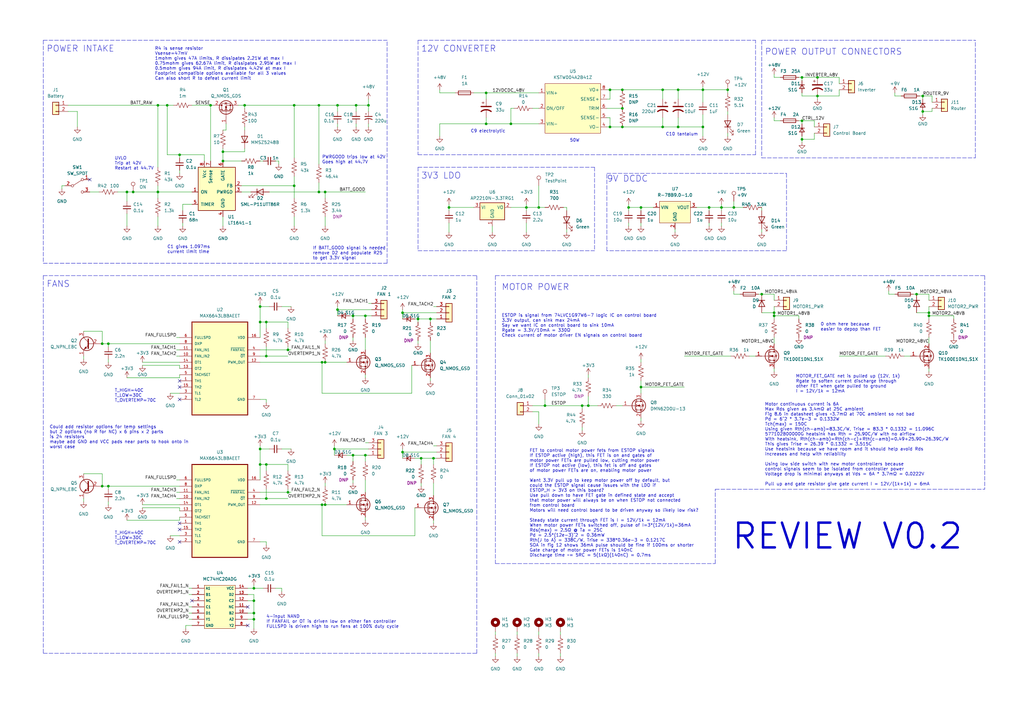
<source format=kicad_sch>
(kicad_sch (version 20211123) (generator eeschema)
  (paper "A3")
  (junction (at 241.3 166.37))
  (junction (at 317.5 128.27))
  (junction (at 133.35 148.59))
  (junction (at 73.66 63.5))
  (junction (at 104.14 246.38))
  (junction (at 104.14 254))
  (junction (at 262.89 85.09))
  (junction (at 335.28 31.75))
  (junction (at 149.86 129.54))
  (junction (at 104.14 241.3))
  (junction (at 199.39 50.8))
  (junction (at 64.77 43.18))
  (junction (at 255.27 52.07))
  (junction (at 146.05 43.18))
  (junction (at 177.8 187.96))
  (junction (at 138.43 43.18))
  (junction (at 118.11 201.93))
  (junction (at 64.77 78.74))
  (junction (at 41.91 199.39))
  (junction (at 238.76 166.37))
  (junction (at 300.99 85.09))
  (junction (at 381 129.54))
  (junction (at 106.68 184.15))
  (junction (at 138.43 127))
  (junction (at 104.14 251.46))
  (junction (at 106.68 132.08))
  (junction (at 176.53 130.81))
  (junction (at 328.93 49.53))
  (junction (at 109.22 204.47))
  (junction (at 290.83 85.09))
  (junction (at 278.13 36.83))
  (junction (at 288.29 52.07))
  (junction (at 335.28 39.37))
  (junction (at 220.98 85.09))
  (junction (at 278.13 52.07))
  (junction (at 118.11 143.51))
  (junction (at 144.78 129.54))
  (junction (at 130.81 78.74))
  (junction (at 54.61 78.74))
  (junction (at 298.45 36.83))
  (junction (at 109.22 190.5))
  (junction (at 250.19 36.83))
  (junction (at 133.35 78.74))
  (junction (at 144.78 186.69))
  (junction (at 288.29 36.83))
  (junction (at 120.65 76.2))
  (junction (at 184.15 85.09))
  (junction (at 109.22 132.08))
  (junction (at 328.93 57.15))
  (junction (at 271.78 36.83))
  (junction (at 223.52 166.37))
  (junction (at 41.91 140.97))
  (junction (at 151.13 43.18))
  (junction (at 172.72 187.96))
  (junction (at 109.22 146.05))
  (junction (at 132.08 207.01))
  (junction (at 120.65 43.18))
  (junction (at 271.78 52.07))
  (junction (at 91.44 62.23))
  (junction (at 381 128.27))
  (junction (at 295.91 85.09))
  (junction (at 52.07 78.74))
  (junction (at 137.16 184.15))
  (junction (at 215.9 85.09))
  (junction (at 165.1 128.27))
  (junction (at 209.55 50.8))
  (junction (at 312.42 120.65))
  (junction (at 317.5 129.54))
  (junction (at 257.81 85.09))
  (junction (at 100.33 43.18))
  (junction (at 255.27 36.83))
  (junction (at 133.35 207.01))
  (junction (at 68.58 43.18))
  (junction (at 106.68 125.73))
  (junction (at 149.86 186.69))
  (junction (at 378.46 45.72))
  (junction (at 199.39 38.1))
  (junction (at 165.1 185.42))
  (junction (at 106.68 190.5))
  (junction (at 328.93 31.75))
  (junction (at 44.45 140.97))
  (junction (at 44.45 199.39))
  (junction (at 91.44 66.04))
  (junction (at 171.45 130.81))
  (junction (at 132.08 148.59))
  (junction (at 255.27 44.45))
  (junction (at 250.19 52.07))
  (junction (at 86.36 43.18))
  (junction (at 378.46 39.37))
  (junction (at 130.81 43.18))
  (junction (at 375.92 120.65))
  (junction (at 262.89 158.75))
  (no_connect (at 73.66 158.75))
  (no_connect (at 73.66 222.25))
  (no_connect (at 73.66 217.17))
  (no_connect (at 101.6 256.54))
  (no_connect (at 78.74 246.38))
  (no_connect (at 101.6 248.92))
  (no_connect (at 73.66 156.21))
  (no_connect (at 73.66 163.83))
  (no_connect (at 73.66 214.63))
  (no_connect (at 36.83 73.66))
  (wire (pts (xy 106.68 125.73) (xy 110.49 125.73)))
  (wire (pts (xy 317.5 120.65) (xy 317.5 123.19)))
  (wire (pts (xy 149.86 186.69) (xy 151.13 186.69)))
  (wire (pts (xy 312.42 120.65) (xy 317.5 120.65)))
  (wire (pts (xy 149.86 212.09) (xy 149.86 213.36)))
  (wire (pts (xy 92.71 50.8) (xy 92.71 53.34)))
  (wire (pts (xy 312.42 128.27) (xy 317.5 128.27)))
  (wire (pts (xy 106.68 184.15) (xy 110.49 184.15)))
  (wire (pts (xy 203.2 259.08) (xy 203.2 260.35)))
  (wire (pts (xy 391.16 130.81) (xy 391.16 129.54)))
  (wire (pts (xy 232.41 93.98) (xy 232.41 95.25)))
  (wire (pts (xy 130.81 43.18) (xy 130.81 67.31)))
  (wire (pts (xy 170.18 130.81) (xy 171.45 130.81)))
  (polyline (pts (xy 171.45 63.5) (xy 309.88 63.5)))
  (wire (pts (xy 72.39 138.43) (xy 73.66 138.43)))
  (wire (pts (xy 144.78 130.81) (xy 144.78 129.54)))
  (wire (pts (xy 132.08 219.71) (xy 132.08 207.01)))
  (polyline (pts (xy 203.2 231.14) (xy 293.37 231.14)))
  (wire (pts (xy 215.9 83.82) (xy 215.9 85.09)))
  (wire (pts (xy 149.86 138.43) (xy 149.86 143.51)))
  (wire (pts (xy 220.98 168.91) (xy 218.44 168.91)))
  (wire (pts (xy 106.68 125.73) (xy 106.68 132.08)))
  (wire (pts (xy 209.55 85.09) (xy 215.9 85.09)))
  (wire (pts (xy 199.39 38.1) (xy 220.98 38.1)))
  (wire (pts (xy 317.5 151.13) (xy 317.5 152.4)))
  (wire (pts (xy 106.68 143.51) (xy 118.11 143.51)))
  (wire (pts (xy 109.22 163.83) (xy 109.22 165.1)))
  (wire (pts (xy 76.2 256.54) (xy 78.74 256.54)))
  (wire (pts (xy 179.07 130.81) (xy 176.53 130.81)))
  (polyline (pts (xy 17.78 16.51) (xy 158.75 16.51)))
  (wire (pts (xy 137.16 184.15) (xy 137.16 186.69)))
  (wire (pts (xy 378.46 39.37) (xy 377.19 39.37)))
  (wire (pts (xy 328.93 49.53) (xy 328.93 50.8)))
  (wire (pts (xy 118.11 200.66) (xy 118.11 201.93)))
  (wire (pts (xy 83.82 63.5) (xy 83.82 66.04)))
  (wire (pts (xy 41.91 199.39) (xy 44.45 199.39)))
  (wire (pts (xy 41.91 194.31) (xy 41.91 199.39)))
  (wire (pts (xy 194.31 85.09) (xy 184.15 85.09)))
  (wire (pts (xy 295.91 85.09) (xy 290.83 85.09)))
  (wire (pts (xy 41.91 140.97) (xy 44.45 140.97)))
  (wire (pts (xy 133.35 207.01) (xy 142.24 207.01)))
  (wire (pts (xy 130.81 78.74) (xy 133.35 78.74)))
  (wire (pts (xy 109.22 204.47) (xy 118.11 204.47)))
  (wire (pts (xy 262.89 156.21) (xy 262.89 158.75)))
  (wire (pts (xy 344.17 36.83) (xy 344.17 39.37)))
  (wire (pts (xy 104.14 254) (xy 101.6 254)))
  (wire (pts (xy 106.68 182.88) (xy 106.68 184.15)))
  (polyline (pts (xy 293.37 200.66) (xy 403.86 200.66)))
  (wire (pts (xy 381 129.54) (xy 381 130.81)))
  (wire (pts (xy 149.86 181.61) (xy 151.13 181.61)))
  (wire (pts (xy 271.78 36.83) (xy 278.13 36.83)))
  (polyline (pts (xy 171.45 102.87) (xy 243.84 102.87)))
  (wire (pts (xy 317.5 128.27) (xy 317.5 129.54)))
  (wire (pts (xy 328.93 57.15) (xy 328.93 55.88)))
  (wire (pts (xy 106.68 163.83) (xy 109.22 163.83)))
  (wire (pts (xy 64.77 43.18) (xy 68.58 43.18)))
  (wire (pts (xy 118.11 190.5) (xy 109.22 190.5)))
  (wire (pts (xy 218.44 44.45) (xy 220.98 44.45)))
  (wire (pts (xy 73.66 213.36) (xy 52.07 213.36)))
  (wire (pts (xy 73.66 154.94) (xy 52.07 154.94)))
  (wire (pts (xy 109.22 132.08) (xy 109.22 134.62)))
  (wire (pts (xy 382.27 44.45) (xy 382.27 45.72)))
  (wire (pts (xy 257.81 85.09) (xy 262.89 85.09)))
  (wire (pts (xy 180.34 50.8) (xy 199.39 50.8)))
  (wire (pts (xy 133.35 78.74) (xy 133.35 81.28)))
  (wire (pts (xy 220.98 76.2) (xy 220.98 85.09)))
  (wire (pts (xy 271.78 48.26) (xy 271.78 52.07)))
  (wire (pts (xy 64.77 43.18) (xy 64.77 68.58)))
  (wire (pts (xy 220.98 50.8) (xy 209.55 50.8)))
  (wire (pts (xy 68.58 63.5) (xy 73.66 63.5)))
  (wire (pts (xy 229.87 259.08) (xy 229.87 260.35)))
  (wire (pts (xy 151.13 43.18) (xy 151.13 45.72)))
  (wire (pts (xy 300.99 85.09) (xy 304.8 85.09)))
  (wire (pts (xy 298.45 54.61) (xy 298.45 55.88)))
  (wire (pts (xy 73.66 63.5) (xy 83.82 63.5)))
  (wire (pts (xy 255.27 36.83) (xy 271.78 36.83)))
  (wire (pts (xy 307.34 146.05) (xy 309.88 146.05)))
  (wire (pts (xy 144.78 196.85) (xy 144.78 198.12)))
  (wire (pts (xy 44.45 140.97) (xy 73.66 140.97)))
  (wire (pts (xy 248.92 52.07) (xy 250.19 52.07)))
  (wire (pts (xy 73.66 208.28) (xy 58.42 208.28)))
  (wire (pts (xy 27.94 43.18) (xy 64.77 43.18)))
  (wire (pts (xy 101.6 246.38) (xy 104.14 246.38)))
  (wire (pts (xy 118.11 132.08) (xy 109.22 132.08)))
  (wire (pts (xy 137.16 184.15) (xy 151.13 184.15)))
  (wire (pts (xy 327.66 129.54) (xy 317.5 129.54)))
  (wire (pts (xy 317.5 129.54) (xy 317.5 130.81)))
  (wire (pts (xy 73.66 219.71) (xy 69.85 219.71)))
  (wire (pts (xy 77.47 254) (xy 78.74 254)))
  (wire (pts (xy 64.77 88.9) (xy 64.77 92.71)))
  (wire (pts (xy 298.45 36.83) (xy 288.29 36.83)))
  (wire (pts (xy 177.8 182.88) (xy 179.07 182.88)))
  (wire (pts (xy 312.42 93.98) (xy 312.42 95.25)))
  (wire (pts (xy 99.06 66.04) (xy 91.44 66.04)))
  (wire (pts (xy 77.47 248.92) (xy 78.74 248.92)))
  (wire (pts (xy 151.13 124.46) (xy 152.4 124.46)))
  (wire (pts (xy 218.44 166.37) (xy 223.52 166.37)))
  (wire (pts (xy 170.18 187.96) (xy 172.72 187.96)))
  (wire (pts (xy 298.45 36.83) (xy 298.45 38.1)))
  (wire (pts (xy 77.47 251.46) (xy 78.74 251.46)))
  (wire (pts (xy 34.29 194.31) (xy 41.91 194.31)))
  (wire (pts (xy 327.66 130.81) (xy 327.66 129.54)))
  (wire (pts (xy 27.94 45.72) (xy 31.75 45.72)))
  (wire (pts (xy 142.24 186.69) (xy 144.78 186.69)))
  (wire (pts (xy 212.09 259.08) (xy 212.09 260.35)))
  (wire (pts (xy 118.11 142.24) (xy 118.11 143.51)))
  (wire (pts (xy 278.13 36.83) (xy 278.13 40.64)))
  (wire (pts (xy 241.3 166.37) (xy 245.11 166.37)))
  (wire (pts (xy 184.15 83.82) (xy 184.15 85.09)))
  (wire (pts (xy 278.13 36.83) (xy 288.29 36.83)))
  (wire (pts (xy 328.93 33.02) (xy 328.93 31.75)))
  (wire (pts (xy 295.91 91.44) (xy 295.91 92.71)))
  (wire (pts (xy 77.47 243.84) (xy 78.74 243.84)))
  (wire (pts (xy 109.22 190.5) (xy 109.22 193.04)))
  (wire (pts (xy 328.93 49.53) (xy 334.01 49.53)))
  (wire (pts (xy 165.1 185.42) (xy 179.07 185.42)))
  (polyline (pts (xy 400.05 64.77) (xy 400.05 16.51)))
  (wire (pts (xy 300.99 119.38) (xy 300.99 120.65)))
  (wire (pts (xy 262.89 85.09) (xy 267.97 85.09)))
  (wire (pts (xy 171.45 130.81) (xy 176.53 130.81)))
  (wire (pts (xy 176.53 139.7) (xy 176.53 144.78)))
  (wire (pts (xy 52.07 87.63) (xy 52.07 92.71)))
  (wire (pts (xy 104.14 257.81) (xy 104.14 254)))
  (wire (pts (xy 115.57 242.57) (xy 115.57 241.3)))
  (wire (pts (xy 73.66 149.86) (xy 58.42 149.86)))
  (wire (pts (xy 109.22 190.5) (xy 106.68 190.5)))
  (wire (pts (xy 73.66 161.29) (xy 69.85 161.29)))
  (wire (pts (xy 143.51 129.54) (xy 144.78 129.54)))
  (wire (pts (xy 41.91 135.89) (xy 41.91 140.97)))
  (wire (pts (xy 72.39 143.51) (xy 73.66 143.51)))
  (wire (pts (xy 220.98 168.91) (xy 220.98 173.99)))
  (wire (pts (xy 250.19 48.26) (xy 250.19 52.07)))
  (wire (pts (xy 34.29 146.05) (xy 34.29 147.32)))
  (wire (pts (xy 391.16 129.54) (xy 381 129.54)))
  (wire (pts (xy 312.42 86.36) (xy 312.42 85.09)))
  (wire (pts (xy 165.1 128.27) (xy 165.1 130.81)))
  (wire (pts (xy 317.5 48.26) (xy 317.5 49.53)))
  (wire (pts (xy 288.29 36.83) (xy 288.29 41.91)))
  (wire (pts (xy 248.92 36.83) (xy 250.19 36.83)))
  (wire (pts (xy 231.14 85.09) (xy 232.41 85.09)))
  (wire (pts (xy 271.78 36.83) (xy 271.78 40.64)))
  (wire (pts (xy 257.81 86.36) (xy 257.81 85.09)))
  (wire (pts (xy 138.43 50.8) (xy 138.43 52.07)))
  (wire (pts (xy 101.6 241.3) (xy 104.14 241.3)))
  (wire (pts (xy 382.27 41.91) (xy 382.27 39.37)))
  (polyline (pts (xy 312.42 16.51) (xy 400.05 16.51)))
  (wire (pts (xy 104.14 243.84) (xy 104.14 246.38)))
  (wire (pts (xy 257.81 91.44) (xy 257.81 92.71)))
  (wire (pts (xy 278.13 52.07) (xy 288.29 52.07)))
  (wire (pts (xy 151.13 50.8) (xy 151.13 52.07)))
  (wire (pts (xy 99.06 76.2) (xy 120.65 76.2)))
  (wire (pts (xy 52.07 78.74) (xy 52.07 82.55)))
  (wire (pts (xy 118.11 143.51) (xy 119.38 143.51)))
  (wire (pts (xy 317.5 138.43) (xy 317.5 140.97)))
  (wire (pts (xy 106.68 207.01) (xy 132.08 207.01)))
  (wire (pts (xy 262.89 158.75) (xy 280.67 158.75)))
  (wire (pts (xy 34.29 135.89) (xy 41.91 135.89)))
  (wire (pts (xy 327.66 31.75) (xy 328.93 31.75)))
  (wire (pts (xy 132.08 219.71) (xy 170.18 219.71)))
  (wire (pts (xy 91.44 62.23) (xy 100.33 62.23)))
  (wire (pts (xy 255.27 52.07) (xy 271.78 52.07)))
  (wire (pts (xy 262.89 91.44) (xy 262.89 92.71)))
  (wire (pts (xy 210.82 44.45) (xy 209.55 44.45)))
  (wire (pts (xy 114.3 67.31) (xy 114.3 66.04)))
  (wire (pts (xy 199.39 50.8) (xy 209.55 50.8)))
  (wire (pts (xy 201.93 92.71) (xy 201.93 95.25)))
  (wire (pts (xy 72.39 146.05) (xy 73.66 146.05)))
  (wire (pts (xy 328.93 31.75) (xy 335.28 31.75)))
  (wire (pts (xy 149.86 153.67) (xy 149.86 154.94)))
  (wire (pts (xy 44.45 147.32) (xy 44.45 148.59)))
  (wire (pts (xy 335.28 31.75) (xy 344.17 31.75)))
  (wire (pts (xy 344.17 34.29) (xy 344.17 31.75)))
  (wire (pts (xy 104.14 246.38) (xy 104.14 251.46)))
  (wire (pts (xy 73.66 151.13) (xy 73.66 149.86)))
  (wire (pts (xy 382.27 45.72) (xy 378.46 45.72)))
  (wire (pts (xy 215.9 85.09) (xy 215.9 86.36)))
  (wire (pts (xy 91.44 62.23) (xy 91.44 66.04)))
  (wire (pts (xy 100.33 52.07) (xy 100.33 53.34)))
  (wire (pts (xy 86.36 43.18) (xy 86.36 66.04)))
  (wire (pts (xy 220.98 267.97) (xy 220.98 269.24)))
  (wire (pts (xy 73.66 153.67) (xy 73.66 154.94)))
  (wire (pts (xy 109.22 146.05) (xy 118.11 146.05)))
  (wire (pts (xy 220.98 259.08) (xy 220.98 260.35)))
  (wire (pts (xy 149.86 189.23) (xy 149.86 186.69)))
  (wire (pts (xy 367.03 38.1) (xy 367.03 39.37)))
  (wire (pts (xy 374.65 120.65) (xy 375.92 120.65)))
  (wire (pts (xy 115.57 241.3) (xy 113.03 241.3)))
  (wire (pts (xy 73.66 209.55) (xy 73.66 208.28)))
  (wire (pts (xy 120.65 88.9) (xy 120.65 92.71)))
  (polyline (pts (xy 312.42 16.51) (xy 312.42 64.77)))
  (polyline (pts (xy 293.37 231.14) (xy 293.37 200.66)))
  (wire (pts (xy 138.43 43.18) (xy 138.43 45.72)))
  (wire (pts (xy 64.77 78.74) (xy 64.77 81.28)))
  (wire (pts (xy 250.19 40.64) (xy 250.19 36.83)))
  (wire (pts (xy 328.93 38.1) (xy 328.93 39.37)))
  (polyline (pts (xy 322.58 102.87) (xy 248.92 102.87)))
  (wire (pts (xy 130.81 43.18) (xy 120.65 43.18)))
  (wire (pts (xy 381 138.43) (xy 381 140.97)))
  (wire (pts (xy 25.4 77.47) (xy 25.4 76.2)))
  (wire (pts (xy 138.43 43.18) (xy 146.05 43.18)))
  (wire (pts (xy 100.33 60.96) (xy 100.33 62.23)))
  (wire (pts (xy 68.58 43.18) (xy 68.58 63.5)))
  (polyline (pts (xy 17.78 16.51) (xy 17.78 107.95)))
  (wire (pts (xy 52.07 78.74) (xy 54.61 78.74)))
  (polyline (pts (xy 17.78 107.95) (xy 158.75 107.95)))
  (wire (pts (xy 252.73 166.37) (xy 255.27 166.37)))
  (wire (pts (xy 58.42 207.01) (xy 73.66 207.01)))
  (wire (pts (xy 271.78 52.07) (xy 278.13 52.07)))
  (wire (pts (xy 118.11 134.62) (xy 118.11 132.08)))
  (wire (pts (xy 146.05 43.18) (xy 151.13 43.18)))
  (polyline (pts (xy 203.2 113.03) (xy 403.86 113.03)))
  (wire (pts (xy 104.14 251.46) (xy 104.14 254)))
  (wire (pts (xy 334.01 57.15) (xy 328.93 57.15)))
  (wire (pts (xy 229.87 267.97) (xy 229.87 269.24)))
  (wire (pts (xy 77.47 241.3) (xy 78.74 241.3)))
  (wire (pts (xy 165.1 184.15) (xy 165.1 185.42)))
  (wire (pts (xy 262.89 171.45) (xy 262.89 172.72)))
  (wire (pts (xy 133.35 139.7) (xy 133.35 140.97)))
  (polyline (pts (xy 17.78 267.97) (xy 195.58 267.97)))
  (wire (pts (xy 74.93 83.82) (xy 74.93 86.36)))
  (wire (pts (xy 203.2 267.97) (xy 203.2 269.24)))
  (wire (pts (xy 99.06 78.74) (xy 102.87 78.74)))
  (wire (pts (xy 115.57 125.73) (xy 119.38 125.73)))
  (wire (pts (xy 48.26 78.74) (xy 52.07 78.74)))
  (polyline (pts (xy 171.45 16.51) (xy 171.45 63.5)))
  (wire (pts (xy 317.5 31.75) (xy 317.5 30.48)))
  (polyline (pts (xy 243.84 68.58) (xy 243.84 102.87)))
  (wire (pts (xy 146.05 50.8) (xy 146.05 52.07)))
  (wire (pts (xy 220.98 85.09) (xy 223.52 85.09)))
  (wire (pts (xy 87.63 43.18) (xy 86.36 43.18)))
  (wire (pts (xy 238.76 175.26) (xy 238.76 176.53)))
  (wire (pts (xy 73.66 64.77) (xy 73.66 63.5)))
  (wire (pts (xy 107.95 66.04) (xy 106.68 66.04)))
  (wire (pts (xy 106.68 201.93) (xy 118.11 201.93)))
  (wire (pts (xy 300.99 120.65) (xy 303.53 120.65)))
  (wire (pts (xy 177.8 187.96) (xy 177.8 190.5)))
  (polyline (pts (xy 322.58 71.12) (xy 322.58 102.87)))
  (wire (pts (xy 106.68 148.59) (xy 132.08 148.59)))
  (wire (pts (xy 97.79 43.18) (xy 100.33 43.18)))
  (wire (pts (xy 370.84 146.05) (xy 373.38 146.05)))
  (wire (pts (xy 133.35 148.59) (xy 132.08 148.59)))
  (wire (pts (xy 290.83 86.36) (xy 290.83 85.09)))
  (polyline (pts (xy 195.58 267.97) (xy 195.58 113.03)))
  (wire (pts (xy 172.72 198.12) (xy 172.72 199.39)))
  (wire (pts (xy 101.6 243.84) (xy 104.14 243.84)))
  (wire (pts (xy 238.76 166.37) (xy 241.3 166.37)))
  (wire (pts (xy 262.89 161.29) (xy 262.89 158.75)))
  (wire (pts (xy 165.1 185.42) (xy 165.1 187.96)))
  (wire (pts (xy 149.86 196.85) (xy 149.86 201.93)))
  (wire (pts (xy 118.11 201.93) (xy 119.38 201.93)))
  (wire (pts (xy 328.93 58.42) (xy 328.93 57.15)))
  (wire (pts (xy 344.17 146.05) (xy 363.22 146.05)))
  (wire (pts (xy 311.15 120.65) (xy 312.42 120.65)))
  (wire (pts (xy 133.35 78.74) (xy 149.86 78.74)))
  (wire (pts (xy 215.9 91.44) (xy 215.9 95.25)))
  (wire (pts (xy 106.68 190.5) (xy 106.68 196.85)))
  (wire (pts (xy 317.5 49.53) (xy 320.04 49.53)))
  (wire (pts (xy 144.78 138.43) (xy 144.78 139.7)))
  (wire (pts (xy 177.8 198.12) (xy 177.8 203.2)))
  (polyline (pts (xy 248.92 102.87) (xy 248.92 71.12)))
  (wire (pts (xy 130.81 43.18) (xy 138.43 43.18)))
  (wire (pts (xy 180.34 38.1) (xy 180.34 36.83)))
  (wire (pts (xy 146.05 43.18) (xy 146.05 45.72)))
  (wire (pts (xy 118.11 193.04) (xy 118.11 190.5)))
  (wire (pts (xy 288.29 52.07) (xy 288.29 55.88)))
  (wire (pts (xy 109.22 200.66) (xy 109.22 204.47)))
  (wire (pts (xy 149.86 129.54) (xy 149.86 130.81)))
  (wire (pts (xy 104.14 241.3) (xy 104.14 240.03)))
  (polyline (pts (xy 309.88 63.5) (xy 309.88 16.51)))
  (wire (pts (xy 184.15 91.44) (xy 184.15 95.25)))
  (wire (pts (xy 334.01 52.07) (xy 334.01 49.53)))
  (wire (pts (xy 295.91 83.82) (xy 295.91 85.09)))
  (wire (pts (xy 248.92 40.64) (xy 250.19 40.64)))
  (wire (pts (xy 186.69 38.1) (xy 180.34 38.1)))
  (wire (pts (xy 248.92 48.26) (xy 250.19 48.26)))
  (wire (pts (xy 76.2 257.81) (xy 76.2 256.54)))
  (wire (pts (xy 327.66 49.53) (xy 328.93 49.53)))
  (wire (pts (xy 171.45 132.08) (xy 171.45 130.81)))
  (wire (pts (xy 120.65 76.2) (xy 120.65 81.28)))
  (wire (pts (xy 133.35 148.59) (xy 142.24 148.59)))
  (wire (pts (xy 381 120.65) (xy 381 123.19)))
  (wire (pts (xy 335.28 39.37) (xy 335.28 40.64)))
  (wire (pts (xy 179.07 187.96) (xy 177.8 187.96)))
  (wire (pts (xy 120.65 76.2) (xy 120.65 72.39)))
  (wire (pts (xy 223.52 166.37) (xy 238.76 166.37)))
  (wire (pts (xy 31.75 45.72) (xy 31.75 52.07)))
  (wire (pts (xy 295.91 85.09) (xy 300.99 85.09)))
  (wire (pts (xy 381 128.27) (xy 381 129.54)))
  (wire (pts (xy 367.03 39.37) (xy 369.57 39.37)))
  (wire (pts (xy 381 151.13) (xy 381 152.4)))
  (wire (pts (xy 114.3 66.04) (xy 113.03 66.04)))
  (wire (pts (xy 138.43 127) (xy 152.4 127)))
  (wire (pts (xy 176.53 154.94) (xy 176.53 156.21)))
  (wire (pts (xy 144.78 129.54) (xy 149.86 129.54)))
  (wire (pts (xy 194.31 38.1) (xy 199.39 38.1)))
  (wire (pts (xy 364.49 120.65) (xy 367.03 120.65)))
  (wire (pts (xy 100.33 43.18) (xy 120.65 43.18)))
  (wire (pts (xy 375.92 128.27) (xy 381 128.27)))
  (wire (pts (xy 177.8 213.36) (xy 177.8 214.63)))
  (wire (pts (xy 168.91 161.29) (xy 168.91 149.86)))
  (wire (pts (xy 334.01 54.61) (xy 334.01 57.15)))
  (polyline (pts (xy 312.42 64.77) (xy 400.05 64.77)))
  (wire (pts (xy 100.33 43.18) (xy 100.33 44.45)))
  (wire (pts (xy 104.14 241.3) (xy 107.95 241.3)))
  (wire (pts (xy 92.71 53.34) (xy 91.44 53.34)))
  (wire (pts (xy 180.34 55.88) (xy 180.34 50.8)))
  (wire (pts (xy 241.3 162.56) (xy 241.3 166.37)))
  (wire (pts (xy 73.66 212.09) (xy 73.66 213.36)))
  (wire (pts (xy 184.15 85.09) (xy 184.15 86.36)))
  (wire (pts (xy 101.6 251.46) (xy 104.14 251.46)))
  (wire (pts (xy 209.55 44.45) (xy 209.55 50.8)))
  (wire (pts (xy 72.39 196.85) (xy 73.66 196.85)))
  (wire (pts (xy 36.83 78.74) (xy 40.64 78.74)))
  (wire (pts (xy 241.3 153.67) (xy 241.3 154.94)))
  (wire (pts (xy 106.68 184.15) (xy 106.68 190.5)))
  (wire (pts (xy 364.49 119.38) (xy 364.49 120.65)))
  (wire (pts (xy 300.99 82.55) (xy 300.99 85.09)))
  (polyline (pts (xy 17.78 113.03) (xy 195.58 113.03)))
  (wire (pts (xy 34.29 204.47) (xy 34.29 205.74)))
  (wire (pts (xy 78.74 43.18) (xy 86.36 43.18)))
  (wire (pts (xy 295.91 86.36) (xy 295.91 85.09)))
  (wire (pts (xy 110.49 78.74) (xy 130.81 78.74)))
  (wire (pts (xy 276.86 93.98) (xy 276.86 95.25)))
  (wire (pts (xy 382.27 39.37) (xy 378.46 39.37)))
  (wire (pts (xy 120.65 43.18) (xy 120.65 64.77)))
  (wire (pts (xy 375.92 120.65) (xy 381 120.65)))
  (wire (pts (xy 133.35 88.9) (xy 133.35 92.71)))
  (wire (pts (xy 68.58 43.18) (xy 71.12 43.18)))
  (wire (pts (xy 144.78 186.69) (xy 149.86 186.69)))
  (wire (pts (xy 149.86 129.54) (xy 152.4 129.54)))
  (wire (pts (xy 106.68 204.47) (xy 109.22 204.47)))
  (wire (pts (xy 248.92 44.45) (xy 255.27 44.45)))
  (wire (pts (xy 132.08 161.29) (xy 132.08 148.59)))
  (wire (pts (xy 106.68 124.46) (xy 106.68 125.73)))
  (polyline (pts (xy 171.45 16.51) (xy 309.88 16.51)))
  (wire (pts (xy 74.93 91.44) (xy 74.93 92.71)))
  (wire (pts (xy 44.45 140.97) (xy 44.45 142.24)))
  (wire (pts (xy 212.09 267.97) (xy 212.09 269.24)))
  (wire (pts (xy 381 125.73) (xy 381 128.27)))
  (wire (pts (xy 328.93 39.37) (xy 335.28 39.37)))
  (wire (pts (xy 54.61 78.74) (xy 64.77 78.74)))
  (wire (pts (xy 177.8 125.73) (xy 179.07 125.73)))
  (wire (pts (xy 106.68 132.08) (xy 106.68 138.43)))
  (wire (pts (xy 138.43 127) (xy 138.43 129.54)))
  (wire (pts (xy 288.29 35.56) (xy 288.29 36.83)))
  (wire (pts (xy 106.68 222.25) (xy 109.22 222.25)))
  (wire (pts (xy 58.42 148.59) (xy 73.66 148.59)))
  (polyline (pts (xy 403.86 113.03) (xy 403.86 200.66)))
  (wire (pts (xy 250.19 36.83) (xy 255.27 36.83)))
  (polyline (pts (xy 171.45 68.58) (xy 243.84 68.58)))
  (wire (pts (xy 106.68 146.05) (xy 109.22 146.05)))
  (polyline (pts (xy 171.45 68.58) (xy 171.45 102.87)))
  (wire (pts (xy 109.22 132.08) (xy 106.68 132.08)))
  (wire (pts (xy 91.44 88.9) (xy 91.44 92.71)))
  (wire (pts (xy 74.93 83.82) (xy 78.74 83.82)))
  (wire (pts (xy 170.18 208.28) (xy 170.18 219.71)))
  (wire (pts (xy 344.17 39.37) (xy 335.28 39.37)))
  (wire (pts (xy 133.35 198.12) (xy 133.35 199.39)))
  (wire (pts (xy 151.13 40.64) (xy 151.13 43.18)))
  (wire (pts (xy 115.57 184.15) (xy 119.38 184.15)))
  (wire (pts (xy 290.83 85.09) (xy 285.75 85.09)))
  (polyline (pts (xy 203.2 113.03) (xy 203.2 231.14)))
  (wire (pts (xy 317.5 125.73) (xy 317.5 128.27)))
  (wire (pts (xy 172.72 187.96) (xy 177.8 187.96)))
  (wire (pts (xy 144.78 189.23) (xy 144.78 186.69)))
  (wire (pts (xy 44.45 199.39) (xy 44.45 200.66)))
  (wire (pts (xy 288.29 46.99) (xy 288.29 52.07)))
  (wire (pts (xy 109.22 142.24) (xy 109.22 146.05)))
  (wire (pts (xy 176.53 130.81) (xy 176.53 132.08)))
  (wire (pts (xy 25.4 76.2) (xy 26.67 76.2)))
  (wire (pts (xy 132.08 161.29) (xy 168.91 161.29)))
  (wire (pts (xy 165.1 127) (xy 165.1 128.27)))
  (wire (pts (xy 378.46 39.37) (xy 378.46 40.64)))
  (wire (pts (xy 215.9 85.09) (xy 220.98 85.09)))
  (wire (pts (xy 44.45 205.74) (xy 44.45 207.01)))
  (wire (pts (xy 257.81 83.82) (xy 257.81 85.09)))
  (wire (pts (xy 378.46 45.72) (xy 378.46 46.99)))
  (wire (pts (xy 320.04 31.75) (xy 317.5 31.75)))
  (wire (pts (xy 199.39 40.64) (xy 199.39 38.1)))
  (polyline (pts (xy 17.78 113.03) (xy 17.78 267.97)))
  (polyline (pts (xy 248.92 71.12) (xy 322.58 71.12)))
  (wire (pts (xy 64.77 76.2) (xy 64.77 78.74)))
  (wire (pts (xy 250.19 52.07) (xy 255.27 52.07)))
  (wire (pts (xy 172.72 190.5) (xy 172.72 187.96)))
  (wire (pts (xy 238.76 166.37) (xy 238.76 167.64)))
  (wire (pts (xy 73.66 71.12) (xy 73.66 69.85)))
  (wire (pts (xy 171.45 139.7) (xy 171.45 140.97)))
  (wire (pts (xy 137.16 182.88) (xy 137.16 184.15)))
  (wire (pts (xy 232.41 85.09) (xy 232.41 86.36)))
  (wire (pts (xy 262.89 147.32) (xy 262.89 148.59)))
  (wire (pts (xy 138.43 125.73) (xy 138.43 127)))
  (wire (pts (xy 223.52 163.83) (xy 223.52 166.37)))
  (wire (pts (xy 199.39 50.8) (xy 199.39 48.26)))
  (wire (pts (xy 165.1 128.27) (xy 179.07 128.27)))
  (wire (pts (xy 278.13 48.26) (xy 278.13 52.07)))
  (polyline (pts (xy 158.75 107.95) (xy 158.75 16.51)))
  (wire (pts (xy 130.81 74.93) (xy 130.81 78.74)))
  (wire (pts (xy 262.89 86.36) (xy 262.89 85.09)))
  (wire (pts (xy 132.08 207.01) (xy 133.35 207.01)))
  (wire (pts (xy 91.44 60.96) (xy 91.44 62.23)))
  (wire (pts (xy 280.67 146.05) (xy 299.72 146.05)))
  (wire (pts (xy 72.39 204.47) (xy 73.66 204.47)))
  (wire (pts (xy 109.22 222.25) (xy 109.22 223.52)))
  (wire (pts (xy 290.83 91.44) (xy 290.83 92.71)))
  (wire (pts (xy 72.39 201.93) (xy 73.66 201.93)))
  (wire (pts (xy 44.45 199.39) (xy 73.66 199.39)))
  (wire (pts (xy 298.45 45.72) (xy 298.45 46.99)))
  (wire (pts (xy 64.77 78.74) (xy 78.74 78.74)))
  (text "C9 electrolytic\n" (at 193.04 54.61 0) (effects (font (size 1.27 1.27)) (justify left bottom)))
  (text "POWER INTAKE" (at 19.05 21.59 0) (effects (font (size 2.54 2.54)) (justify left bottom)))
  (text "C1 gives 1.097ms \ncurrent limit time" (at 68.58 104.14 0) (effects (font (size 1.27 1.27)) (justify left bottom)))
  (text "POWER OUTPUT CONNECTORS" (at 313.69 22.86 0) (effects (font (size 2.54 2.54)) (justify left bottom)))
  (text "Motor continuous current is 6A\nMax Rds given as 3.4mΩ at 25C ambient\nFig 8.6 in datasheet gives ~3.7mΩ at 70C ambient so not bad\nPd = 6^2 * 3.7e-3 = 0.1332W\nTch(max) = 150C\nUsing given Rth(ch-amb)=83.3C/W, Trise = 83.3 * 0.1332 = 11.096C\n577102B00000G heatsink has Rth = 25.90C/W with no airflow\nWith heatsink, Rth(ch-amb)=Rth(ch-c)+Rth(c-amb)=0.49+25.90=26.39C/W\nThis gives Trise = 26.39 * 0.1332 = 3.515C\nUse heatsink because we have room and it should help avoid Rds\nincreases and help with reliability\n\nUsing low side switch with new motor controllers because\ncontrol signals seem to be isolated from controller power\nVoltage drop is minimal anyways at Vds = 6A * 3.7mΩ = 0.0222V\n\nPull up and gate resistor give gate current I = 12V/(1k+1k) = 6mA" (at 313.69 199.39 0) (effects (font (size 1.27 1.27)) (justify left bottom)))
  (text "T_HIGH=40C\nT_LOW=30C\nT_OVERTEMP=70C" (at 46.99 223.52 0) (effects (font (size 1.27 1.27)) (justify left bottom)))
  (text "UVLO\nTrip at 42V\nRestart at 44.7V" (at 46.99 69.85 0) (effects (font (size 1.27 1.27)) (justify left bottom)))
  (text "PWRGOOD trips low at 42V\nGoes high at 44.7V\n" (at 132.08 67.31 0) (effects (font (size 1.27 1.27)) (justify left bottom)))
  (text "4-input NAND\nIf FANFAIL or OT is driven low on either fan controller\nFULLSPD is driven high to run fans at 100% duty cycle" (at 109.22 257.81 0) (effects (font (size 1.27 1.27)) (justify left bottom)))
  (text "0 ohm here because \neasier to depop than FET" (at 336.55 135.89 0) (effects (font (size 1.27 1.27)) (justify left bottom)))
  (text "R4 is sense resistor\nVsense=47mV\n1mohm gives 47A limits, R dissipates 2.21W at max I\n0.75mohm gives 62.67A limit, R dissipates 2.95W at max I\n0.5mohm gives 94A limit, R dissipates 4.42W at max I\nFootprint compatible options available for all 3 values\nCan also short R to defeat current limit" (at 63.5 33.02 0) (effects (font (size 1.27 1.27)) (justify left bottom)))
  (text "50W" (at 233.68 58.42 0) (effects (font (size 1.27 1.27)) (justify left bottom)))
  (text "Could add resistor options for temp settings\nbut 2 options (no R for NC) x 6 pins x 2 parts\nis 24 resistors\nmaybe add GND and VCC pads near parts to hook onto in\nworst case" (at 20.32 184.15 0) (effects (font (size 1.27 1.27)) (justify left bottom)))
  (text "MOTOR_FET_GATE net is pulled up (12V, 1k)\nRgate to soften current discharge through \nother FET when gate pulled to ground\nI = 12V/1k = 12mA" (at 326.39 161.29 0) (effects (font (size 1.27 1.27)) (justify left bottom)))
  (text "C10 tantalum" (at 273.05 55.88 0) (effects (font (size 1.27 1.27)) (justify left bottom)))
  (text "T_HIGH=40C\nT_LOW=30C\nT_OVERTEMP=70C" (at 46.99 165.1 0) (effects (font (size 1.27 1.27)) (justify left bottom)))
  (text "3V3 LDO" (at 172.72 73.66 0) (effects (font (size 2.54 2.54)) (justify left bottom)))
  (text "If BATT_GOOD signal is needed\nremove D2 and populate R25\nto get 3.3V signal" (at 128.27 106.68 0) (effects (font (size 1.27 1.27)) (justify left bottom)))
  (text "12V CONVERTER" (at 172.72 21.59 0) (effects (font (size 2.54 2.54)) (justify left bottom)))
  (text "REVIEW V0.2" (at 299.72 226.06 0) (effects (font (size 10.16 10.16) (thickness 1.016) bold) (justify left bottom)))
  (text "FANS" (at 19.05 118.11 0) (effects (font (size 2.54 2.54)) (justify left bottom)))
  (text "ESTOP is signal from 74LVC1G97W6-7 logic IC on control board\n3.3V output, can sink max 24mA\nSay we want IC on control board to sink 10mA\nRgate = 3.3V/10mA = 330Ω\nCheck current of motor driver EN signals on control board\n" (at 205.74 138.43 0) (effects (font (size 1.27 1.27)) (justify left bottom)))
  (text "MOTOR POWER" (at 205.74 119.38 0) (effects (font (size 2.54 2.54)) (justify left bottom)))
  (text "FET to control motor power fets from ESTOP signals\nIf ESTOP active (high), this FET is on and gates of \nmotor power FETs are pulled low, cutting motor power\nIf ESTOP not active (low), this fet is off and gates \nof motor power FETs are on, enabling motor power\n\nWant 3.3V pull up to keep motor power off by default, but\ncould the ESTOP signal cause issues with the LDO if \nESTOP_H > 3V3 on this board?\nUse pull down to have FET gate in defined state and accept\nthat motor power will always be on when ESTOP not connected\nfrom control board\nMotors will need control board to be driven anyway so likely low risk?\n\nSteady state current through FET is I = 12V/1k = 12mA\nWhen motor power FETs switched off, pulse of I=3*(12V/1k)=36mA\nRds(max) = 2.5Ω @ Ta = 25C\nPd = 2.5*(12e-3)^2 = 0.36mW\nRth(J to A) = 338C/W, Trise = 338*0.36e-3 = 0.1217C\nSOA in fig 12 shows 36mA pulse should be fine if 100ms or shorter\nGate charge of motor power FETs is 140nC\nDischarge time ~= 5RC = 5(1kΩ)(140nC) = 0.7ms" (at 217.17 228.6 0) (effects (font (size 1.27 1.27)) (justify left bottom)))
  (text "9V DCDC" (at 248.92 74.93 0) (effects (font (size 2.54 2.54)) (justify left bottom)))
  (label "OVERTEMP1_N" (at 77.47 243.84 180))
  (label "MOTOR1_48VC" (at 317.5 140.97 180))
  (label "MOTOR1_48VB" (at 318.77 129.54 0))
  (label "MOTOR2_48VA" (at 377.19 120.65 0))
  (label "OVERTEMP1_N" (at 118.11 146.05 0))
  (label "FAN_TACH4" (at 72.39 204.47 180))
  (label "FAN_TACH2" (at 72.39 146.05 180))
  (label "FAN_TACH4" (at 177.8 182.88 180))
  (label "FAN_TACH3" (at 149.86 181.61 180))
  (label "OVERTEMP2_N" (at 77.47 251.46 180))
  (label "OVERTEMP2_N" (at 118.11 204.47 0))
  (label "FAN_TACH2" (at 177.8 125.73 180))
  (label "FAN_FULLSPD" (at 72.39 138.43 180))
  (label "MOTOR_FET_GATE" (at 344.17 146.05 0))
  (label "CTRL_12V" (at 328.93 49.53 0))
  (label "FAN_TACH1" (at 72.39 143.51 180))
  (label "SENSE" (at 80.01 43.18 0))
  (label "BATT_RAW" (at 53.34 43.18 0))
  (label "FAN_FAIL1_N" (at 119.38 143.51 0))
  (label "FAN_TACH3" (at 72.39 201.93 180))
  (label "MOTOR2_48VC" (at 381 140.97 180))
  (label "MOTOR2_48VB" (at 382.27 129.54 0))
  (label "MOTOR_FET_GATE" (at 280.67 158.75 180))
  (label "FAN_FULLSPD" (at 77.47 254 180))
  (label "ESTOP" (at 226.06 166.37 0))
  (label "ROUTER_9V" (at 378.46 39.37 0))
  (label "FAN_FULLSPD" (at 72.39 196.85 180))
  (label "FAN_FAIL2_N" (at 77.47 248.92 180))
  (label "MOTOR1_48VA" (at 313.69 120.65 0))
  (label "FAN_FAIL1_N" (at 77.47 241.3 180))
  (label "FAN_FAIL2_N" (at 119.38 201.93 0))
  (label "12VDCDC_48V" (at 201.93 38.1 0))
  (label "FAN_TACH1" (at 151.13 124.46 180))
  (label "MOTOR_FET_GATE" (at 280.67 146.05 0))
  (label "BATT_GOOD" (at 149.86 78.74 180))
  (label "INVERTER_48V" (at 330.2 31.75 0))
  (symbol (lib_id "Device:R_US") (at 248.92 166.37 270) (unit 1)
    (property "Reference" "R34" (at 248.92 160.02 90))
    (property "Value" "330" (at 248.92 162.56 90))
    (property "Footprint" "Resistor_SMD:R_0805_2012Metric" (effects hide))
  )
  (symbol (lib_id "power:GND") (at 327.66 138.43 0) (unit 1)
    (property "Reference" "#PWR017" (effects hide))
    (property "Value" "GND" (at 327.66 142.24 0))
  )
  (symbol (lib_id "power:GND") (at 133.35 92.71 0) (unit 1)
    (property "Reference" "#PWR01" (effects hide))
    (property "Value" "GND" (at 133.35 97.79 0))
  )
  (symbol (lib_id "Device:R_US") (at 262.89 152.4 0) (mirror x) (unit 1)
    (property "Reference" "R35" (at 260.35 151.1299 0) (effects (justify right)))
    (property "Value" "1k" (at 260.35 153.6699 0) (effects (justify right)))
    (property "Footprint" "Resistor_SMD:R_0805_2012Metric" (effects hide))
  )
  (symbol (lib_id "power:GND") (at 378.46 46.99 0) (unit 1)
    (property "Reference" "#PWR019" (effects hide))
    (property "Value" "GND" (at 378.46 50.8 0))
  )
  (symbol (lib_id "Device:Fuse") (at 323.85 49.53 270) (unit 1)
    (property "Reference" "F4" (at 321.31 46.99 90))
    (property "Value" "2A" (at 326.39 46.99 90))
    (property "Footprint" "PDBLib:3557-2" (effects hide))
    (property "Datasheet" "https://www.keyelco.com/userAssets/file/M65p41.pdf" (effects hide))
    (property "Digikey" "36-3557-2-ND" (effects hide))
    (property "Fuse_Digikey" "0287002.PXCN" (effects hide))
    (property "Fuse_Datasheet" "https://www.littelfuse.com/~/media/automotive/datasheets/fuses/passenger-car-and-commercial-vehicle/blade-fuses/littelfuse_atof_datasheet.pdf" (effects hide))
  )
  (symbol (lib_id "power:+48V") (at 180.34 36.83 0) (unit 1)
    (property "Reference" "#PWR0101" (effects hide))
    (property "Value" "+48V" (at 180.34 31.75 0))
  )
  (symbol (lib_id "Device:C_Small") (at 74.93 88.9 0) (unit 1)
    (property "Reference" "C1" (at 77.47 87.6362 0) (effects (justify left)))
    (property "Value" "68n" (at 77.47 90.1762 0) (effects (justify left)))
    (property "Footprint" "Capacitor_SMD:C_0805_2012Metric" (effects hide))
  )
  (symbol (lib_id "Device:Fuse") (at 370.84 120.65 270) (unit 1)
    (property "Reference" "F5" (at 368.3 118.11 90))
    (property "Value" "10A" (at 373.38 118.11 90))
    (property "Footprint" "PDBLib:3557-2" (effects hide))
    (property "Datasheet" "https://www.keyelco.com/userAssets/file/M65p41.pdf" (effects hide))
    (property "Digikey" "36-3557-2-ND" (effects hide))
    (property "Fuse_Digikey" "F5160-ND" (effects hide))
    (property "Fuse_Datasheet" "https://www.littelfuse.com/~/media/automotive/datasheets/fuses/passenger-car-and-commercial-vehicle/blade-fuses/littelfuse_fks_ato_80v_blade_fuses.pdf" (effects hide))
  )
  (symbol (lib_id "power:+3V3") (at 58.42 148.59 0) (unit 1)
    (property "Reference" "#PWR?" (effects hide))
    (property "Value" "+3V3" (at 58.42 144.78 0))
  )
  (symbol (lib_id "Device:R_US") (at 44.45 78.74 270) (unit 1)
    (property "Reference" "R42" (at 41.91 76.2 90))
    (property "Value" "100" (at 46.99 76.2 90))
    (property "Footprint" "Resistor_SMD:R_0805_2012Metric" (effects hide))
  )
  (symbol (lib_id "Device:R_US") (at 298.45 41.91 0) (unit 1)
    (property "Reference" "R32" (at 300.99 40.6399 0) (effects (justify left)))
    (property "Value" "5.1k" (at 300.99 43.1799 0) (effects (justify left)))
    (property "Footprint" "Resistor_SMD:R_0805_2012Metric" (effects hide))
  )
  (symbol (lib_id "Device:R_US") (at 100.33 48.26 180) (unit 1)
    (property "Reference" "R43" (at 101.6 46.99 0) (effects (justify right)))
    (property "Value" "100" (at 101.6 49.53 0) (effects (justify right)))
    (property "Footprint" "Resistor_SMD:R_0805_2012Metric" (effects hide))
  )
  (symbol (lib_id "power:GND") (at 91.44 92.71 0) (unit 1)
    (property "Reference" "#PWR0134" (effects hide))
    (property "Value" "GND" (at 91.44 97.79 0))
  )
  (symbol (lib_id "Device:Q_NMOS_GSD") (at 147.32 148.59 0) (unit 1)
    (property "Reference" "Q3" (at 153.67 147.3199 0) (effects (justify left)))
    (property "Value" "Q_NMOS_GSD" (at 153.67 149.8599 0) (effects (justify left)))
    (property "Footprint" "Package_TO_SOT_SMD:SC-59" (effects hide))
    (property "Datasheet" "https://www.infineon.com/dgdl/BSR802N_Rev2.1.pdf?folderId=db3a3043156fd573011622e10b5c1f67&fileId=db3a30431b0626df011b129302297bc1" (effects hide))
    (property "Digikey" "BSR802NL6327HTSA1CT-ND" (effects hide))
  )
  (symbol (lib_id "Device:R_US") (at 118.11 196.85 0) (unit 1)
    (property "Reference" "R13" (at 120.65 195.5799 0) (effects (justify left)))
    (property "Value" "4.7k" (at 120.65 198.1199 0) (effects (justify left)))
    (property "Footprint" "Resistor_SMD:R_0805_2012Metric" (effects hide))
  )
  (symbol (lib_id "power:GND") (at 262.89 92.71 0) (unit 1)
    (property "Reference" "#PWR08" (effects hide))
    (property "Value" "GND" (at 262.89 97.79 0))
  )
  (symbol (lib_id "power:GND") (at 177.8 214.63 0) (unit 1)
    (property "Reference" "#PWR0111" (effects hide))
    (property "Value" "GND" (at 177.8 219.71 0))
  )
  (symbol (lib_id "power:+9V") (at 367.03 38.1 0) (unit 1)
    (property "Reference" "#PWR018" (effects hide))
    (property "Value" "+9V" (at 367.03 34.29 0))
  )
  (symbol (lib_id "power:GND") (at 104.14 257.81 0) (unit 1)
    (property "Reference" "#PWR0138" (effects hide))
    (property "Value" "GND" (at 104.14 262.89 0))
  )
  (symbol (lib_id "PBD_LIB:R-78B9.0-1.0") (at 276.86 87.63 0) (unit 1)
    (property "Reference" "U7" (at 276.86 77.47 0))
    (property "Value" "R-78B9.0-1.0" (at 276.86 80.01 0))
    (property "Footprint" "PDBLib:R-78B9.0-1.0" (effects hide))
    (property "Datasheet" "https://recom-power.com/pdf/Innoline/R-78B-1.0.pdf" (effects hide))
    (property "Digikey" "945-1056-ND" (effects hide))
  )
  (symbol (lib_id "power:GND") (at 149.86 154.94 0) (unit 1)
    (property "Reference" "#PWR0105" (effects hide))
    (property "Value" "GND" (at 149.86 160.02 0))
  )
  (symbol (lib_id "Device:C_Polarized_US") (at 335.28 35.56 0) (unit 1)
    (property "Reference" "C17" (at 337.82 34.29 0) (effects (justify left)))
    (property "Value" "33u" (at 337.82 36.83 0) (effects (justify left)))
    (property "Footprint" "Capacitor_THT:CP_Radial_D10.0mm_P5.00mm" (effects hide))
    (property "Digikey" "1189-2207-ND" (effects hide))
    (property "LCSC" "C159830" (effects hide))
  )
  (symbol (lib_id "power:+12V") (at 288.29 35.56 0) (unit 1)
    (property "Reference" "#PWR0113" (effects hide))
    (property "Value" "+12V" (at 288.29 30.48 0))
  )
  (symbol (lib_id "power:GND") (at 232.41 95.25 0) (unit 1)
    (property "Reference" "#PWR0174" (effects hide))
    (property "Value" "GND" (at 232.41 100.33 0))
  )
  (symbol (lib_id "Connector:TestPoint") (at 54.61 78.74 0) (unit 1)
    (property "Reference" "TP1" (at 57.15 74.1679 0) (effects (justify left)))
    (property "Value" "ON" (at 57.15 76.7079 0) (effects (justify left)))
    (property "Footprint" "TestPoint:TestPoint_Pad_D1.0mm" (effects hide))
  )
  (symbol (lib_id "power:GND") (at 176.53 156.21 0) (unit 1)
    (property "Reference" "#PWR0103" (effects hide))
    (property "Value" "GND" (at 176.53 161.29 0))
  )
  (symbol (lib_id "Device:R_US") (at 64.77 72.39 0) (unit 1)
    (property "Reference" "R1" (at 67.31 71.1199 0) (effects (justify left)))
    (property "Value" "43k" (at 67.31 73.6599 0) (effects (justify left)))
    (property "Footprint" "Resistor_SMD:R_0805_2012Metric" (effects hide))
  )
  (symbol (lib_id "power:+48V") (at 364.49 119.38 0) (unit 1)
    (property "Reference" "#PWR020" (effects hide))
    (property "Value" "+48V" (at 364.49 115.57 0))
  )
  (symbol (lib_id "power:GND") (at 138.43 52.07 0) (unit 1)
    (property "Reference" "#PWR02" (effects hide))
    (property "Value" "GND" (at 138.43 57.15 0))
  )
  (symbol (lib_id "power:GND") (at 335.28 40.64 0) (unit 1)
    (property "Reference" "#PWR0107" (effects hide))
    (property "Value" "GND" (at 335.28 44.45 0))
  )
  (symbol (lib_name "Q_NMOS_GDS_1") (lib_id "Device:Q_NMOS_GDS") (at 378.46 146.05 0) (unit 1)
    (property "Reference" "Q10" (at 384.81 144.7799 0) (effects (justify left)))
    (property "Value" "TK100E10N1,S1X" (at 384.81 147.3199 0) (effects (justify left)))
    (property "Footprint" "Package_TO_SOT_THT:TO-220-3_Vertical" (effects hide))
    (property "Datasheet" "https://toshiba.semicon-storage.com/info/TK100E10N1_datasheet_en_20140630.pdf?did=12867&prodName=TK100E10N1" (effects hide))
    (property "Digikey" "TK100E10N1S1X-ND" (effects hide))
    (property "LCSC" "C396029" (effects hide))
  )
  (symbol (lib_id "Device:LED") (at 312.42 90.17 90) (unit 1)
    (property "Reference" "D14" (at 316.23 90.4874 90) (effects (justify right)))
    (property "Value" "Green" (at 316.23 93.0274 90) (effects (justify right)))
    (property "Footprint" "LED_SMD:LED_0805_2012Metric_Pad1.15x1.40mm_HandSolder" (effects hide))
    (property "Digikey" "492-2525-1-ND" (effects hide))
  )
  (symbol (lib_id "power:GND") (at 203.2 269.24 0) (unit 1)
    (property "Reference" "#PWR0170" (effects hide))
    (property "Value" "GND" (at 203.2 274.32 0))
  )
  (symbol (lib_id "Device:C_Small") (at 44.45 144.78 0) (unit 1)
    (property "Reference" "C6" (at 46.99 143.5162 0) (effects (justify left)))
    (property "Value" "2.2n" (at 46.99 146.0562 0) (effects (justify left)))
    (property "Footprint" "Capacitor_SMD:C_0805_2012Metric" (effects hide))
  )
  (symbol (lib_id "Device:R_US") (at 391.16 134.62 0) (unit 1)
    (property "Reference" "R41" (at 393.7 133.3499 0) (effects (justify left)))
    (property "Value" "0" (at 393.7 135.8899 0) (effects (justify left)))
    (property "Footprint" "Resistor_SMD:R_2512_6332Metric" (effects hide))
    (property "Datasheet" "https://www.seielect.com/catalog/sei-hcj.pdf" (effects hide))
    (property "DNP" "DNP" (at 394.97 138.43 0))
    (property "Digikey" "HCJ2512ZT0R00CT-ND" (effects hide))
    (property "LCSC" "C346503" (effects hide))
  )
  (symbol (lib_id "power:GND") (at 391.16 138.43 0) (unit 1)
    (property "Reference" "#PWR022" (effects hide))
    (property "Value" "GND" (at 391.16 142.24 0))
  )
  (symbol (lib_id "Device:D_Small") (at 140.97 129.54 0) (unit 1)
    (property "Reference" "D4" (at 139.7 128.27 0))
    (property "Value" "S1G" (at 143.51 128.27 0))
    (property "Footprint" "Diode_SMD:D_SMA" (effects hide))
    (property "Datasheet" "https://www.smc-diodes.com/propdf/S1A-S1M%20N0560%20REV.B.pdf" (effects hide))
    (property "Digikey" "1655-S1GCT-ND" (effects hide))
    (property "LCSC" "C260339" (effects hide))
  )
  (symbol (lib_id "Device:Q_NPN_EBC") (at 36.83 140.97 0) (mirror y) (unit 1)
    (property "Reference" "Q2" (at 31.75 139.6999 0) (effects (justify left)))
    (property "Value" "Q_NPN_EBC" (at 31.75 142.2399 0) (effects (justify left)))
    (property "Footprint" "PDBLib:SST3904T116CT-ND" (effects hide))
    (property "Datasheet" "https://fscdn.rohm.com/en/products/databook/datasheet/discrete/transistor/bipolar/sst3904-e.pdf" (effects hide))
    (property "Digikey" "SST3904T116CT-ND" (effects hide))
  )
  (symbol (lib_id "Device:R_US") (at 171.45 135.89 0) (mirror x) (unit 1)
    (property "Reference" "R21" (at 168.91 134.6199 0) (effects (justify right)))
    (property "Value" "0" (at 168.91 137.1599 0) (effects (justify right)))
    (property "Footprint" "Resistor_SMD:R_0805_2012Metric" (effects hide))
    (property "DNP" "DNP" (at 167.64 139.7 0))
  )
  (symbol (lib_id "Mechanical:MountingHole_Pad") (at 229.87 256.54 0) (unit 1)
    (property "Reference" "H4" (at 232.41 253.9999 0) (effects (justify left)))
    (property "Value" "M3" (at 232.41 256.5399 0) (effects (justify left)))
    (property "Footprint" "MountingHole:MountingHole_3.2mm_M3_Pad_Via" (effects hide))
  )
  (symbol (lib_id "Device:R_US") (at 102.87 66.04 270) (unit 1)
    (property "Reference" "R8" (at 102.87 68.58 90))
    (property "Value" "1k" (at 102.87 71.12 90))
    (property "Footprint" "Resistor_SMD:R_0805_2012Metric" (effects hide))
  )
  (symbol (lib_id "Device:C_Polarized_US") (at 271.78 44.45 0) (mirror y) (unit 1)
    (property "Reference" "C21" (at 269.24 43.18 0) (effects (justify left)))
    (property "Value" "220uF" (at 269.24 45.72 0) (effects (justify left)))
    (property "Footprint" "Capacitor_THT:CP_Radial_D6.3mm_P2.50mm" (effects hide))
    (property "Digikey" "1189-2913-ND" (effects hide))
    (property "Voltage" "12V" (effects hide))
  )
  (symbol (lib_id "Device:C_Small") (at 44.45 203.2 0) (unit 1)
    (property "Reference" "C8" (at 46.99 201.9362 0) (effects (justify left)))
    (property "Value" "2.2n" (at 46.99 204.4762 0) (effects (justify left)))
    (property "Footprint" "Capacitor_SMD:C_0805_2012Metric" (effects hide))
  )
  (symbol (lib_id "power:GND") (at 312.42 95.25 0) (unit 1)
    (property "Reference" "#PWR0156" (effects hide))
    (property "Value" "GND" (at 312.42 100.33 0))
  )
  (symbol (lib_id "Device:LED") (at 298.45 50.8 90) (unit 1)
    (property "Reference" "D7" (at 302.26 51.1174 90) (effects (justify right)))
    (property "Value" "Green" (at 302.26 53.6574 90) (effects (justify right)))
    (property "Footprint" "LED_SMD:LED_0805_2012Metric_Pad1.15x1.40mm_HandSolder" (effects hide))
    (property "Digikey" "492-2525-1-ND" (effects hide))
  )
  (symbol (lib_id "power:GND") (at 290.83 92.71 0) (mirror y) (unit 1)
    (property "Reference" "#PWR012" (effects hide))
    (property "Value" "GND" (at 290.83 97.79 0))
  )
  (symbol (lib_id "power:+12V") (at 262.89 147.32 0) (unit 1)
    (property "Reference" "#PWR09" (effects hide))
    (property "Value" "+12V" (at 262.89 142.24 0))
  )
  (symbol (lib_id "Device:R_US") (at 144.78 134.62 0) (mirror x) (unit 1)
    (property "Reference" "R17" (at 142.24 133.3499 0) (effects (justify right)))
    (property "Value" "0" (at 142.24 135.8899 0) (effects (justify right)))
    (property "Footprint" "Resistor_SMD:R_0805_2012Metric" (effects hide))
    (property "DNP" "DNP" (at 140.97 138.43 0))
  )
  (symbol (lib_id "Connector_Generic:Conn_01x02") (at 387.35 41.91 0) (unit 1)
    (property "Reference" "J11" (at 389.89 41.9099 0) (effects (justify left)))
    (property "Value" "Router" (at 389.89 44.4499 0) (effects (justify left)))
    (property "Footprint" "Connector_Molex:Molex_Micro-Fit_3.0_43650-0215_1x02_P3.00mm_Vertical" (effects hide))
    (property "Datasheet" "https://www.molex.com/pdm_docs/sd/436500215_sd.pdf" (effects hide))
    (property "Digikey" "WM1917-ND" (effects hide))
  )
  (symbol (lib_id "Device:C_Small") (at 110.49 241.3 90) (unit 1)
    (property "Reference" "C15" (at 110.4963 234.95 90))
    (property "Value" "0.1u" (at 110.4963 237.49 90))
    (property "Footprint" "Capacitor_SMD:C_0805_2012Metric" (effects hide))
  )
  (symbol (lib_id "power:GND") (at 44.45 207.01 0) (unit 1)
    (property "Reference" "#PWR0123" (effects hide))
    (property "Value" "GND" (at 44.45 212.09 0))
  )
  (symbol (lib_id "power:GND") (at 76.2 257.81 0) (unit 1)
    (property "Reference" "#PWR0137" (effects hide))
    (property "Value" "GND" (at 76.2 262.89 0))
  )
  (symbol (lib_id "Device:R_US") (at 367.03 146.05 90) (mirror x) (unit 1)
    (property "Reference" "R39" (at 364.49 143.51 90))
    (property "Value" "1k" (at 369.57 143.51 90))
    (property "Footprint" "Resistor_SMD:R_0805_2012Metric" (effects hide))
  )
  (symbol (lib_id "Connector_Generic:Conn_01x03") (at 156.21 184.15 0) (mirror x) (unit 1)
    (property "Reference" "J4" (at 156.21 175.26 0))
    (property "Value" "FAN 3" (at 156.21 177.8 0))
    (property "Footprint" "Connector_Molex:Molex_KK-254_AE-6410-03A_1x03_P2.54mm_Vertical" (effects hide))
    (property "Digikey" "WM4112-ND" (effects hide))
  )
  (symbol (lib_id "Connector_Generic:Conn_01x02") (at 22.86 43.18 0) (mirror y) (unit 1)
    (property "Reference" "J1" (at 22.86 36.83 0))
    (property "Value" "Battery" (at 22.86 39.37 0))
    (property "Footprint" "Connector_Molex:Molex_Mini-Fit_Sr_42820-22XX_1x02_P10.00mm_Horizontal" (effects hide))
    (property "Digikey" "WM11250-ND" (effects hide))
  )
  (symbol (lib_id "Device:Q_NMOS_GDS") (at 92.71 45.72 90) (unit 1)
    (property "Reference" "Q1" (at 92.71 36.83 90))
    (property "Value" "Q_NMOS_GDS" (at 92.71 39.37 90))
    (property "Footprint" "Package_TO_SOT_SMD:TO-263-2" (effects hide))
    (property "Datasheet" "https://www.ti.com/lit/ds/symlink/csd19506ktt.pdf?HQS=dis-dk-null-digikeymode-dsf-pf-null-wwe&ts=1672107690028&ref_url=https%253A%252F%252Fwww.ti.com%252Fgeneral%252Fdocs%252Fsuppproductinfo.tsp%253FdistId%253D10%2526gotoUrl%253Dhttps%253A%252F%252Fwww.ti.com%252Flit%252Fgpn%252Fcsd19506ktt" (effects hide))
    (property "Digikey" "296-49604-1-ND" (effects hide))
  )
  (symbol (lib_id "Device:R_US") (at 203.2 264.16 0) (unit 1)
    (property "Reference" "R27" (at 205.74 262.8899 0) (effects (justify left)))
    (property "Value" "0" (at 205.74 265.4299 0) (effects (justify left)))
    (property "Footprint" "Resistor_SMD:R_0805_2012Metric" (effects hide))
  )
  (symbol (lib_id "power:GND") (at 52.07 92.71 0) (unit 1)
    (property "Reference" "#PWR0167" (effects hide))
    (property "Value" "GND" (at 52.07 97.79 0))
  )
  (symbol (lib_id "Device:Q_NMOS_GSD") (at 175.26 208.28 0) (unit 1)
    (property "Reference" "Q7" (at 181.61 207.0099 0) (effects (justify left)))
    (property "Value" "Q_NMOS_GSD" (at 181.61 209.5499 0) (effects (justify left)))
    (property "Footprint" "Package_TO_SOT_SMD:SC-59" (effects hide))
    (property "Datasheet" "https://www.infineon.com/dgdl/BSR802N_Rev2.1.pdf?folderId=db3a3043156fd573011622e10b5c1f67&fileId=db3a30431b0626df011b129302297bc1" (effects hide))
    (property "Digikey" "BSR802NL6327HTSA1CT-ND" (effects hide))
  )
  (symbol (lib_id "Connector_Generic:Conn_01x03") (at 157.48 127 0) (mirror x) (unit 1)
    (property "Reference" "J2" (at 157.48 118.11 0))
    (property "Value" "FAN 1" (at 157.48 120.65 0))
    (property "Footprint" "Connector_Molex:Molex_KK-254_AE-6410-03A_1x03_P2.54mm_Vertical" (effects hide))
    (property "Digikey" "WM4112-ND" (effects hide))
  )
  (symbol (lib_id "Device:C_Small") (at 110.49 66.04 90) (unit 1)
    (property "Reference" "C3" (at 107.95 64.77 90))
    (property "Value" "1n" (at 113.03 64.77 90))
    (property "Footprint" "Capacitor_SMD:C_0805_2012Metric" (effects hide))
  )
  (symbol (lib_id "power:GND") (at 58.42 149.86 0) (unit 1)
    (property "Reference" "#PWR0129" (effects hide))
    (property "Value" "GND" (at 58.42 153.67 0))
  )
  (symbol (lib_id "power:GND") (at 34.29 205.74 0) (unit 1)
    (property "Reference" "#PWR0120" (effects hide))
    (property "Value" "GND" (at 34.29 210.82 0))
  )
  (symbol (lib_id "Device:R_US") (at 255.27 40.64 0) (unit 1)
    (property "Reference" "R15" (at 257.81 39.3699 0) (effects (justify left)))
    (property "Value" "DNP" (at 257.81 41.9099 0) (effects (justify left)))
    (property "Footprint" "Resistor_SMD:R_0805_2012Metric" (effects hide))
  )
  (symbol (lib_id "Device:R_US") (at 149.86 193.04 0) (unit 1)
    (property "Reference" "R20" (at 152.4 191.7699 0) (effects (justify left)))
    (property "Value" "0" (at 152.4 194.3099 0) (effects (justify left)))
    (property "Footprint" "Resistor_SMD:R_0805_2012Metric" (effects hide))
  )
  (symbol (lib_id "Switch:SW_SPDT") (at 31.75 76.2 0) (unit 1)
    (property "Reference" "SW1" (at 31.75 68.58 0))
    (property "Value" "SW_SPDT" (at 31.75 71.12 0))
    (property "Footprint" "PDBLib:EG1218" (effects hide))
    (property "Digikey" "EG1903-ND" (effects hide))
  )
  (symbol (lib_id "Mechanical:MountingHole_Pad") (at 212.09 256.54 0) (unit 1)
    (property "Reference" "H2" (at 214.63 253.9999 0) (effects (justify left)))
    (property "Value" "M3" (at 214.63 256.5399 0) (effects (justify left)))
    (property "Footprint" "MountingHole:MountingHole_3.2mm_M3_Pad_Via" (effects hide))
  )
  (symbol (lib_id "power:+12V") (at 165.1 127 0) (unit 1)
    (property "Reference" "#PWR0106" (effects hide))
    (property "Value" "+12V" (at 165.1 121.92 0))
  )
  (symbol (lib_id "power:GND") (at 171.45 140.97 0) (unit 1)
    (property "Reference" "#PWR0150" (effects hide))
    (property "Value" "GND" (at 171.45 144.78 0))
  )
  (symbol (lib_id "power:+3V3") (at 58.42 207.01 0) (unit 1)
    (property "Reference" "#PWR?" (effects hide))
    (property "Value" "+3V3" (at 58.42 203.2 0))
  )
  (symbol (lib_id "Connector_Generic:Conn_01x03") (at 184.15 128.27 0) (mirror x) (unit 1)
    (property "Reference" "J3" (at 184.15 119.38 0))
    (property "Value" "FAN 2" (at 184.15 121.92 0))
    (property "Footprint" "Connector_Molex:Molex_KK-254_AE-6410-03A_1x03_P2.54mm_Vertical" (effects hide))
    (property "Digikey" "WM4112-ND" (effects hide))
  )
  (symbol (lib_id "Device:R_US") (at 109.22 138.43 0) (unit 1)
    (property "Reference" "R9" (at 111.76 137.1599 0) (effects (justify left)))
    (property "Value" "4.7k" (at 111.76 139.6999 0) (effects (justify left)))
    (property "Footprint" "Resistor_SMD:R_0805_2012Metric" (effects hide))
  )
  (symbol (lib_id "Device:R_US") (at 308.61 85.09 270) (unit 1)
    (property "Reference" "R45" (at 306.07 83.82 90))
    (property "Value" "3.6k" (at 312.42 83.82 90))
    (property "Footprint" "Resistor_SMD:R_0805_2012Metric" (effects hide))
  )
  (symbol (lib_id "Device:R_US") (at 212.09 264.16 0) (unit 1)
    (property "Reference" "R28" (at 214.63 262.8899 0) (effects (justify left)))
    (property "Value" "0" (at 214.63 265.4299 0) (effects (justify left)))
    (property "Footprint" "Resistor_SMD:R_0805_2012Metric" (effects hide))
  )
  (symbol (lib_id "power:GND") (at 184.15 95.25 0) (unit 1)
    (property "Reference" "#PWR0164" (effects hide))
    (property "Value" "GND" (at 184.15 100.33 0))
  )
  (symbol (lib_id "Mechanical:MountingHole_Pad") (at 220.98 256.54 0) (unit 1)
    (property "Reference" "H3" (at 223.52 253.9999 0) (effects (justify left)))
    (property "Value" "M3" (at 223.52 256.5399 0) (effects (justify left)))
    (property "Footprint" "MountingHole:MountingHole_3.2mm_M3_Pad_Via" (effects hide))
  )
  (symbol (lib_id "power:+3V3") (at 241.3 153.67 0) (unit 1)
    (property "Reference" "#PWR05" (effects hide))
    (property "Value" "+3V3" (at 241.3 149.86 0))
  )
  (symbol (lib_id "Device:R_US") (at 227.33 85.09 270) (unit 1)
    (property "Reference" "R31" (at 227.33 78.74 90))
    (property "Value" "700" (at 227.33 81.28 90))
    (property "Footprint" "Resistor_SMD:R_0805_2012Metric" (effects hide))
  )
  (symbol (lib_id "power:GND") (at 381 152.4 0) (unit 1)
    (property "Reference" "#PWR021" (effects hide))
    (property "Value" "GND" (at 381 157.48 0))
  )
  (symbol (lib_id "power:GND") (at 238.76 176.53 0) (unit 1)
    (property "Reference" "#PWR0154" (effects hide))
    (property "Value" "GND" (at 238.76 181.61 0))
  )
  (symbol (lib_id "Device:R_US") (at 91.44 57.15 0) (mirror x) (unit 1)
    (property "Reference" "R7" (at 90.17 55.88 0) (effects (justify right)))
    (property "Value" "10" (at 90.17 58.42 0) (effects (justify right)))
    (property "Footprint" "Resistor_SMD:R_0805_2012Metric" (effects hide))
  )
  (symbol (lib_id "Connector:TestPoint") (at 220.98 76.2 0) (unit 1)
    (property "Reference" "TP2" (at 223.52 71.6279 0) (effects (justify left)))
    (property "Value" "TestPoint" (at 223.52 74.1679 0) (effects (justify left)))
    (property "Footprint" "TestPoint:TestPoint_Pad_D1.0mm" (effects hide))
  )
  (symbol (lib_id "Device:C_Small") (at 262.89 88.9 0) (unit 1)
    (property "Reference" "C20" (at 265.43 87.6362 0) (effects (justify left)))
    (property "Value" "1u" (at 265.43 90.1762 0) (effects (justify left)))
    (property "Footprint" "Capacitor_SMD:C_0805_2012Metric" (effects hide))
    (property "Voltage" "12V" (effects hide))
  )
  (symbol (lib_id "Device:D_Small") (at 139.7 186.69 0) (unit 1)
    (property "Reference" "D3" (at 138.43 185.42 0))
    (property "Value" "S1G" (at 142.24 185.42 0))
    (property "Footprint" "Diode_SMD:D_SMA" (effects hide))
    (property "Datasheet" "https://www.smc-diodes.com/propdf/S1A-S1M%20N0560%20REV.B.pdf" (effects hide))
    (property "Digikey" "1655-S1GCT-ND" (effects hide))
    (property "LCSC" "C260339" (effects hide))
  )
  (symbol (lib_id "Device:C_Small") (at 288.29 44.45 0) (unit 1)
    (property "Reference" "C11" (at 290.83 43.1862 0) (effects (justify left)))
    (property "Value" "1uF" (at 290.83 45.7262 0) (effects (justify left)))
    (property "Footprint" "Capacitor_SMD:C_0805_2012Metric" (effects hide))
  )
  (symbol (lib_id "Device:Fuse") (at 323.85 31.75 270) (unit 1)
    (property "Reference" "F3" (at 321.31 29.21 90))
    (property "Value" "25A" (at 326.39 29.21 90))
    (property "Footprint" "PDBLib:3557-2" (effects hide))
    (property "Datasheet" "https://www.keyelco.com/userAssets/file/M65p41.pdf" (effects hide))
    (property "Digikey" "36-3557-2-ND" (effects hide))
    (property "Fuse_Digikey" "F5166-ND" (effects hide))
    (property "Fuse_Datasheet" "https://www.littelfuse.com/~/media/automotive/datasheets/fuses/passenger-car-and-commercial-vehicle/blade-fuses/littelfuse_fks_ato_80v_blade_fuses.pdf" (effects hide))
  )
  (symbol (lib_id "power:+12V") (at 137.16 182.88 0) (unit 1)
    (property "Reference" "#PWR0148" (effects hide))
    (property "Value" "+12V" (at 137.16 177.8 0))
  )
  (symbol (lib_id "power:GND") (at 144.78 139.7 0) (unit 1)
    (property "Reference" "#PWR0153" (effects hide))
    (property "Value" "GND" (at 144.78 143.51 0))
  )
  (symbol (lib_id "Device:C_Small") (at 290.83 88.9 0) (mirror y) (unit 1)
    (property "Reference" "C22" (at 288.29 87.6362 0) (effects (justify left)))
    (property "Value" "1u" (at 288.29 90.1762 0) (effects (justify left)))
    (property "Footprint" "Capacitor_SMD:C_0805_2012Metric" (effects hide))
    (property "Voltage" "9V" (effects hide))
  )
  (symbol (lib_id "Device:R_US") (at 144.78 193.04 0) (mirror x) (unit 1)
    (property "Reference" "R18" (at 142.24 191.7699 0) (effects (justify right)))
    (property "Value" "0" (at 142.24 194.3099 0) (effects (justify right)))
    (property "Footprint" "Resistor_SMD:R_0805_2012Metric" (effects hide))
    (property "DNP" "DNP" (at 140.97 196.85 0))
  )
  (symbol (lib_id "power:GND") (at 288.29 55.88 0) (unit 1)
    (property "Reference" "#PWR0114" (effects hide))
    (property "Value" "GND" (at 288.29 60.96 0))
  )
  (symbol (lib_id "power:+9V") (at 295.91 83.82 0) (unit 1)
    (property "Reference" "#PWR013" (effects hide))
    (property "Value" "+9V" (at 295.91 78.74 0))
  )
  (symbol (lib_id "Device:LED") (at 106.68 78.74 0) (unit 1)
    (property "Reference" "D2" (at 106.68 81.28 0))
    (property "Value" "SML-P11UTT86R" (at 106.68 83.82 0))
    (property "Footprint" "LED_SMD:LED_0402_1005Metric" (effects hide))
    (property "Datasheet" "https://fscdn.rohm.com/en/products/databook/datasheet/opto/led/chip_mono/sml-p11utt86(r)-e.pdf" (effects hide))
    (property "Digikey" "SML-P11UTT86RCT-ND" (effects hide))
    (property "LCSC" "C510300" (effects hide))
  )
  (symbol (lib_id "Device:D_Small") (at 167.64 187.96 0) (unit 1)
    (property "Reference" "D8" (at 166.37 186.69 0))
    (property "Value" "S1G" (at 170.18 186.69 0))
    (property "Footprint" "Diode_SMD:D_SMA" (effects hide))
    (property "Datasheet" "https://www.smc-diodes.com/propdf/S1A-S1M%20N0560%20REV.B.pdf" (effects hide))
    (property "Digikey" "1655-S1GCT-ND" (effects hide))
    (property "LCSC" "C260339" (effects hide))
  )
  (symbol (lib_id "Device:C_Small") (at 138.43 48.26 0) (mirror x) (unit 1)
    (property "Reference" "C16" (at 137.16 46.99 0) (effects (justify right)))
    (property "Value" "0.1u" (at 137.16 49.53 0) (effects (justify right)))
    (property "Footprint" "Capacitor_SMD:C_0805_2012Metric" (effects hide))
    (property "Voltage" "48V" (effects hide))
  )
  (symbol (lib_id "Device:R_US") (at 176.53 135.89 0) (unit 1)
    (property "Reference" "R23" (at 179.07 134.6199 0) (effects (justify left)))
    (property "Value" "0" (at 179.07 137.1599 0) (effects (justify left)))
    (property "Footprint" "Resistor_SMD:R_0805_2012Metric" (effects hide))
  )
  (symbol (lib_id "power:GND") (at 119.38 125.73 0) (unit 1)
    (property "Reference" "#PWR0143" (effects hide))
    (property "Value" "GND" (at 119.38 130.81 0))
  )
  (symbol (lib_id "Device:Q_NMOS_GSD") (at 260.35 166.37 0) (unit 1)
    (property "Reference" "Q8" (at 266.7 165.0999 0) (effects (justify left)))
    (property "Value" "DMN62D0U-13" (at 266.7 167.6399 0) (effects (justify left)))
    (property "Footprint" "PDBLib:DMN62D0U-13" (effects hide))
    (property "Datasheet" "https://www.diodes.com/assets/Datasheets/DMN62D0U.pdf" (effects hide))
    (property "Digikey" "DMN62D0U-13DICT-ND" (effects hide))
    (property "LCSC" "C156342" (effects hide))
  )
  (symbol (lib_id "Device:C_Small") (at 146.05 48.26 0) (mirror x) (unit 1)
    (property "Reference" "C18" (at 144.78 46.99 0) (effects (justify right)))
    (property "Value" "1u" (at 144.78 49.53 0) (effects (justify right)))
    (property "Footprint" "Capacitor_SMD:C_0805_2012Metric" (effects hide))
    (property "Voltage" "48V" (effects hide))
  )
  (symbol (lib_id "power:GND") (at 298.45 55.88 0) (unit 1)
    (property "Reference" "#PWR0173" (effects hide))
    (property "Value" "GND" (at 298.45 60.96 0))
  )
  (symbol (lib_id "power:+12V") (at 317.5 48.26 0) (unit 1)
    (property "Reference" "#PWR0110" (effects hide))
    (property "Value" "+12V" (at 317.5 44.45 0))
  )
  (symbol (lib_id "power:+12V") (at 257.81 83.82 0) (unit 1)
    (property "Reference" "#PWR06" (effects hide))
    (property "Value" "+12V" (at 257.81 78.74 0))
  )
  (symbol (lib_id "Connector_Generic:Conn_01x02") (at 339.09 52.07 0) (unit 1)
    (property "Reference" "J7" (at 341.63 52.0699 0) (effects (justify left)))
    (property "Value" "Control Board" (at 341.63 54.6099 0) (effects (justify left)))
    (property "Footprint" "Connector_Molex:Molex_Micro-Fit_3.0_43650-0215_1x02_P3.00mm_Vertical" (effects hide))
    (property "Datasheet" "https://www.molex.com/pdm_docs/sd/436500215_sd.pdf" (effects hide))
    (property "Digikey" "WM1917-ND" (effects hide))
  )
  (symbol (lib_id "power:GND") (at 25.4 77.47 0) (unit 1)
    (property "Reference" "#PWR0118" (effects hide))
    (property "Value" "GND" (at 25.4 82.55 0))
  )
  (symbol (lib_id "Device:Fuse") (at 307.34 120.65 270) (unit 1)
    (property "Reference" "F2" (at 304.8 118.11 90))
    (property "Value" "10A" (at 309.88 118.11 90))
    (property "Footprint" "PDBLib:3557-2" (effects hide))
    (property "Datasheet" "https://www.keyelco.com/userAssets/file/M65p41.pdf" (effects hide))
    (property "Digikey" "36-3557-2-ND" (effects hide))
    (property "Fuse_Digikey" "F5160-ND" (effects hide))
    (property "Fuse_Datasheet" "https://www.littelfuse.com/~/media/automotive/datasheets/fuses/passenger-car-and-commercial-vehicle/blade-fuses/littelfuse_fks_ato_80v_blade_fuses.pdf" (effects hide))
  )
  (symbol (lib_id "power:GND") (at 262.89 172.72 0) (unit 1)
    (property "Reference" "#PWR010" (effects hide))
    (property "Value" "GND" (at 262.89 177.8 0))
  )
  (symbol (lib_id "Device:R_US") (at 381 134.62 0) (mirror x) (unit 1)
    (property "Reference" "R40" (at 378.46 133.3499 0) (effects (justify right)))
    (property "Value" "0" (at 378.46 135.8899 0) (effects (justify right)))
    (property "Footprint" "Resistor_SMD:R_2512_6332Metric" (effects hide))
    (property "Datasheet" "https://www.seielect.com/catalog/sei-hcj.pdf" (effects hide))
    (property "Digikey" "HCJ2512ZT0R00CT-ND" (effects hide))
    (property "LCSC" "C346503" (effects hide))
  )
  (symbol (lib_id "Device:D_Zener") (at 100.33 57.15 270) (mirror x) (unit 1)
    (property "Reference" "D1" (at 105.41 55.88 90) (effects (justify left)))
    (property "Value" "MMSZ5248B" (at 102.87 58.42 90) (effects (justify left)))
    (property "Footprint" "Diode_SMD:D_SOD-123" (effects hide))
    (property "Datasheet" "https://www.vishay.com/docs/85774/mmsz5225.pdf" (effects hide))
    (property "Digikey" "MMSZ5248B-HE3-08GICT-ND" (effects hide))
  )
  (symbol (lib_id "PBD_LIB:KSTW004A2B41Z") (at 234.95 44.45 0) (unit 1)
    (property "Reference" "U5" (at 234.95 29.21 0))
    (property "Value" "KSTW004A2B41Z" (at 234.95 31.75 0))
    (property "Footprint" "PDBLib:CONV_KSTW004A2B41Z" (effects hide))
    (property "Datasheet" "https://library.industrialsolutions.abb.com/publibrary/checkout/KSTW004A2B?TNR=Data%20Sheets%7CKSTW004A2B%7CPDF" (effects hide))
    (property "Digikey" "555-1330-ND" (effects hide))
  )
  (symbol (lib_id "power:GND") (at 149.86 213.36 0) (unit 1)
    (property "Reference" "#PWR0112" (effects hide))
    (property "Value" "GND" (at 149.86 218.44 0))
  )
  (symbol (lib_id "Device:R_US") (at 133.35 203.2 0) (unit 1)
    (property "Reference" "R11" (at 135.89 201.9299 0) (effects (justify left)))
    (property "Value" "4.7k" (at 135.89 204.4699 0) (effects (justify left)))
    (property "Footprint" "Resistor_SMD:R_0805_2012Metric" (effects hide))
  )
  (symbol (lib_id "Device:R_US") (at 241.3 158.75 0) (mirror x) (unit 1)
    (property "Reference" "R33" (at 238.76 157.4799 0) (effects (justify right)))
    (property "Value" "4.7k" (at 238.76 160.0199 0) (effects (justify right)))
    (property "Footprint" "Resistor_SMD:R_0805_2012Metric" (effects hide))
    (property "DNP" "DNP" (at 237.49 162.56 0))
  )
  (symbol (lib_id "Device:D_Small") (at 378.46 43.18 270) (unit 1)
    (property "Reference" "D13" (at 375.92 41.91 90))
    (property "Value" "S1G" (at 374.65 44.45 90))
    (property "Footprint" "Diode_SMD:D_SMA" (effects hide))
    (property "Datasheet" "https://www.smc-diodes.com/propdf/S1A-S1M%20N0560%20REV.B.pdf" (effects hide))
    (property "Digikey" "1655-S1GCT-ND" (effects hide))
    (property "LCSC" "C260339" (effects hide))
  )
  (symbol (lib_id "Device:R_US") (at 229.87 264.16 0) (unit 1)
    (property "Reference" "R30" (at 232.41 262.8899 0) (effects (justify left)))
    (property "Value" "0" (at 232.41 265.4299 0) (effects (justify left)))
    (property "Footprint" "Resistor_SMD:R_0805_2012Metric" (effects hide))
  )
  (symbol (lib_id "Device:R_US") (at 118.11 138.43 0) (unit 1)
    (property "Reference" "R10" (at 120.65 137.1599 0) (effects (justify left)))
    (property "Value" "4.7k" (at 120.65 139.6999 0) (effects (justify left)))
    (property "Footprint" "Resistor_SMD:R_0805_2012Metric" (effects hide))
  )
  (symbol (lib_id "power:GND") (at 114.3 67.31 0) (unit 1)
    (property "Reference" "#PWR0136" (effects hide))
    (property "Value" "GND" (at 114.3 72.39 0))
  )
  (symbol (lib_id "power:+3V3") (at 133.35 198.12 0) (unit 1)
    (property "Reference" "#PWR?" (effects hide))
    (property "Value" "+3V3" (at 133.35 194.31 0))
  )
  (symbol (lib_id "Device:Q_NPN_EBC") (at 36.83 199.39 0) (mirror y) (unit 1)
    (property "Reference" "Q5" (at 31.75 198.1199 0) (effects (justify left)))
    (property "Value" "Q_NPN_EBC" (at 31.75 200.6599 0) (effects (justify left)))
    (property "Footprint" "PDBLib:SST3904T116CT-ND" (effects hide))
    (property "Datasheet" "https://fscdn.rohm.com/en/products/databook/datasheet/discrete/transistor/bipolar/sst3904-e.pdf" (effects hide))
    (property "Digikey" "SST3904T116CT-ND" (effects hide))
  )
  (symbol (lib_id "Connector_Generic:Conn_01x02") (at 386.08 123.19 0) (unit 1)
    (property "Reference" "J10" (at 388.62 123.1899 0) (effects (justify left)))
    (property "Value" "MOTOR2_PWR" (at 388.62 125.7299 0) (effects (justify left)))
    (property "Footprint" "Connector_Molex:Molex_Mini-Fit_Sr_42820-22XX_1x02_P10.00mm_Horizontal" (effects hide))
    (property "Datasheet" "https://www.molex.com/pdm_docs/sd/428202223_sd.pdf" (effects hide))
    (property "Digikey" "WM11250-ND" (effects hide))
  )
  (symbol (lib_id "power:+48V") (at 151.13 40.64 0) (unit 1)
    (property "Reference" "#PWR0132" (effects hide))
    (property "Value" "+48V" (at 151.13 35.56 0))
  )
  (symbol (lib_id "power:GND") (at 220.98 269.24 0) (unit 1)
    (property "Reference" "#PWR0172" (effects hide))
    (property "Value" "GND" (at 220.98 274.32 0))
  )
  (symbol (lib_id "power:GND") (at 73.66 71.12 0) (unit 1)
    (property "Reference" "#PWR0116" (effects hide))
    (property "Value" "GND" (at 73.66 76.2 0))
  )
  (symbol (lib_id "power:GND") (at 119.38 184.15 0) (unit 1)
    (property "Reference" "#PWR0147" (effects hide))
    (property "Value" "GND" (at 119.38 189.23 0))
  )
  (symbol (lib_id "power:+3V3") (at 215.9 83.82 0) (unit 1)
    (property "Reference" "#PWR0155" (effects hide))
    (property "Value" "+3V3" (at 215.9 78.74 0))
  )
  (symbol (lib_id "power:GND") (at 257.81 92.71 0) (unit 1)
    (property "Reference" "#PWR07" (effects hide))
    (property "Value" "GND" (at 257.81 97.79 0))
  )
  (symbol (lib_id "Device:R_US") (at 130.81 71.12 0) (unit 1)
    (property "Reference" "R3" (at 133.35 69.8499 0) (effects (justify left)))
    (property "Value" "46.4k" (at 133.35 72.3899 0) (effects (justify left)))
    (property "Footprint" "Resistor_SMD:R_0805_2012Metric" (effects hide))
  )
  (symbol (lib_id "power:GND") (at 109.22 223.52 0) (unit 1)
    (property "Reference" "#PWR0144" (effects hide))
    (property "Value" "GND" (at 109.22 228.6 0))
  )
  (symbol (lib_id "PBD_LIB:MC74HC20ADG") (at 90.17 248.92 0) (unit 1)
    (property "Reference" "U4" (at 90.17 234.95 0))
    (property "Value" "MC74HC20ADG" (at 90.17 237.49 0))
    (property "Footprint" "Package_SO:SOIC-14_3.9x8.7mm_P1.27mm" (effects hide))
    (property "Datasheet" "https://www.onsemi.com/pdf/datasheet/mc74hc20a-d.pdf" (effects hide))
    (property "Digikey" "MC74HC20ADGOS-ND" (effects hide))
  )
  (symbol (lib_id "Device:R_US") (at 133.35 85.09 0) (unit 1)
    (property "Reference" "R25" (at 135.89 83.8199 0) (effects (justify left)))
    (property "Value" "3.4k" (at 135.89 86.3599 0) (effects (justify left)))
    (property "Footprint" "Resistor_SMD:R_0805_2012Metric" (effects hide))
    (property "DNP" "DNP" (at 138.43 88.9 0))
  )
  (symbol (lib_id "Device:Fuse") (at 190.5 38.1 270) (unit 1)
    (property "Reference" "F1" (at 190.5 31.75 90))
    (property "Value" "1A" (at 190.5 34.29 90))
    (property "Footprint" "PDBLib:3557-2" (effects hide))
    (property "Datasheet" "https://www.keyelco.com/userAssets/file/M65p41.pdf" (effects hide))
    (property "Digikey" "36-3557-2-ND" (effects hide))
  )
  (symbol (lib_id "Device:C_Small") (at 113.03 184.15 270) (unit 1)
    (property "Reference" "C7" (at 113.0236 177.8 90))
    (property "Value" "0.1u" (at 113.0236 180.34 90))
    (property "Footprint" "Capacitor_SMD:C_0805_2012Metric" (effects hide))
  )
  (symbol (lib_id "power:GND") (at 328.93 58.42 0) (unit 1)
    (property "Reference" "#PWR0109" (effects hide))
    (property "Value" "GND" (at 328.93 62.23 0))
  )
  (symbol (lib_id "power:GND") (at 276.86 95.25 0) (unit 1)
    (property "Reference" "#PWR011" (effects hide))
    (property "Value" "GND" (at 276.86 100.33 0))
  )
  (symbol (lib_name "Q_NMOS_GDS_1") (lib_id "Device:Q_NMOS_GDS") (at 314.96 146.05 0) (unit 1)
    (property "Reference" "Q9" (at 321.31 144.7799 0) (effects (justify left)))
    (property "Value" "TK100E10N1,S1X" (at 321.31 147.3199 0) (effects (justify left)))
    (property "Footprint" "Package_TO_SOT_THT:TO-220-3_Vertical" (effects hide))
    (property "Datasheet" "https://toshiba.semicon-storage.com/info/TK100E10N1_datasheet_en_20140630.pdf?did=12867&prodName=TK100E10N1" (effects hide))
    (property "Digikey" "TK100E10N1S1X-ND" (effects hide))
    (property "LCSC" "C396029" (effects hide))
  )
  (symbol (lib_id "power:+3V3") (at 133.35 139.7 0) (unit 1)
    (property "Reference" "#PWR?" (effects hide))
    (property "Value" "+3V3" (at 133.35 135.89 0))
  )
  (symbol (lib_id "power:GND") (at 69.85 161.29 0) (unit 1)
    (property "Reference" "#PWR0125" (effects hide))
    (property "Value" "GND" (at 69.85 166.37 0))
  )
  (symbol (lib_id "Device:R_US") (at 64.77 85.09 0) (unit 1)
    (property "Reference" "R2" (at 67.31 83.8199 0) (effects (justify left)))
    (property "Value" "1.3k" (at 67.31 86.3599 0) (effects (justify left)))
    (property "Footprint" "Resistor_SMD:R_0805_2012Metric" (effects hide))
  )
  (symbol (lib_id "Device:D_Small") (at 328.93 35.56 270) (unit 1)
    (property "Reference" "D11" (at 326.39 34.29 90))
    (property "Value" "S1G" (at 325.12 36.83 90))
    (property "Footprint" "Diode_SMD:D_SMA" (effects hide))
    (property "Datasheet" "https://www.smc-diodes.com/propdf/S1A-S1M%20N0560%20REV.B.pdf" (effects hide))
    (property "Digikey" "1655-S1GCT-ND" (effects hide))
    (property "LCSC" "C260339" (effects hide))
  )
  (symbol (lib_id "power:GND") (at 317.5 152.4 0) (unit 1)
    (property "Reference" "#PWR016" (effects hide))
    (property "Value" "GND" (at 317.5 157.48 0))
  )
  (symbol (lib_id "Device:R_US") (at 220.98 264.16 0) (unit 1)
    (property "Reference" "R29" (at 223.52 262.8899 0) (effects (justify left)))
    (property "Value" "0" (at 223.52 265.4299 0) (effects (justify left)))
    (property "Footprint" "Resistor_SMD:R_0805_2012Metric" (effects hide))
  )
  (symbol (lib_id "Device:R_US") (at 317.5 134.62 0) (mirror x) (unit 1)
    (property "Reference" "R37" (at 314.96 133.3499 0) (effects (justify right)))
    (property "Value" "0" (at 314.96 135.8899 0) (effects (justify right)))
    (property "Footprint" "Resistor_SMD:R_2512_6332Metric" (effects hide))
    (property "Datasheet" "https://www.seielect.com/catalog/sei-hcj.pdf" (effects hide))
    (property "Digikey" "HCJ2512ZT0R00CT-ND" (effects hide))
    (property "LCSC" "C346503" (effects hide))
  )
  (symbol (lib_id "Device:Fuse") (at 373.38 39.37 270) (unit 1)
    (property "Reference" "F6" (at 370.84 36.83 90))
    (property "Value" "1A" (at 375.92 36.83 90))
    (property "Footprint" "PDBLib:3557-2" (effects hide))
    (property "Datasheet" "https://www.keyelco.com/userAssets/file/M65p41.pdf" (effects hide))
    (property "Digikey" "36-3557-2-ND" (effects hide))
    (property "Fuse_Digikey" "F4191-ND" (effects hide))
    (property "Fuse_Datasheet" "https://www.littelfuse.com/~/media/automotive/datasheets/fuses/passenger-car-and-commercial-vehicle/blade-fuses/littelfuse_atof_datasheet.pdf" (effects hide))
  )
  (symbol (lib_id "power:GND") (at 144.78 198.12 0) (unit 1)
    (property "Reference" "#PWR0151" (effects hide))
    (property "Value" "GND" (at 144.78 201.93 0))
  )
  (symbol (lib_id "Device:R_US") (at 133.35 144.78 0) (unit 1)
    (property "Reference" "R26" (at 135.89 143.5099 0) (effects (justify left)))
    (property "Value" "4.7k" (at 135.89 146.0499 0) (effects (justify left)))
    (property "Footprint" "Resistor_SMD:R_0805_2012Metric" (effects hide))
  )
  (symbol (lib_id "Device:R_US") (at 149.86 134.62 0) (unit 1)
    (property "Reference" "R19" (at 152.4 133.3499 0) (effects (justify left)))
    (property "Value" "0" (at 152.4 135.8899 0) (effects (justify left)))
    (property "Footprint" "Resistor_SMD:R_0805_2012Metric" (effects hide))
  )
  (symbol (lib_id "Device:R_US") (at 238.76 171.45 0) (mirror x) (unit 1)
    (property "Reference" "R44" (at 236.22 170.1799 0) (effects (justify right)))
    (property "Value" "4.7k" (at 236.22 172.7199 0) (effects (justify right)))
    (property "Footprint" "Resistor_SMD:R_0805_2012Metric" (effects hide))
  )
  (symbol (lib_id "Power_Management:LT1641-1") (at 88.9 76.2 0) (unit 1)
    (property "Reference" "U1" (at 93.4594 88.9 0) (effects (justify left)))
    (property "Value" "LT1641-1" (at 93.4594 91.44 0) (effects (justify left)))
    (property "Footprint" "Package_SO:SOIC-8_3.9x4.9mm_P1.27mm" (effects hide))
    (property "Datasheet" "https://www.analog.com/media/en/technical-documentation/data-sheets/164112fc.pdf" (effects hide))
    (property "Digikey" "LT1641-1CS8#TRPBFCT-ND" (effects hide))
  )
  (symbol (lib_id "Device:C_Small") (at 295.91 88.9 180) (unit 1)
    (property "Reference" "C23" (at 298.45 87.6235 0) (effects (justify right)))
    (property "Value" "10u" (at 298.45 90.1635 0) (effects (justify right)))
    (property "Footprint" "Capacitor_SMD:C_0805_2012Metric" (effects hide))
    (property "Voltage" "9V" (effects hide))
  )
  (symbol (lib_id "Connector_Generic:Conn_01x02") (at 349.25 34.29 0) (unit 1)
    (property "Reference" "J6" (at 351.79 34.2899 0) (effects (justify left)))
    (property "Value" "Inverter" (at 351.79 36.8299 0) (effects (justify left)))
    (property "Footprint" "Connector_Molex:Molex_Mini-Fit_Sr_42820-22XX_1x02_P10.00mm_Horizontal" (effects hide))
    (property "Datasheet" "https://www.molex.com/pdm_docs/sd/428202223_sd.pdf" (effects hide))
    (property "Digikey" "WM11250-ND" (effects hide))
  )
  (symbol (lib_id "power:GND") (at 115.57 242.57 0) (unit 1)
    (property "Reference" "#PWR0168" (effects hide))
    (property "Value" "GND" (at 115.57 247.65 0))
  )
  (symbol (lib_id "Connector_Generic:Conn_01x03") (at 184.15 185.42 0) (mirror x) (unit 1)
    (property "Reference" "J5" (at 184.15 176.53 0))
    (property "Value" "FAN 4" (at 184.15 179.07 0))
    (property "Footprint" "Connector_Molex:Molex_KK-254_AE-6410-03A_1x03_P2.54mm_Vertical" (effects hide))
    (property "Digikey" "WM4112-ND" (effects hide))
  )
  (symbol (lib_id "Device:D_Small") (at 328.93 53.34 270) (unit 1)
    (property "Reference" "D12" (at 326.39 52.07 90))
    (property "Value" "S1G" (at 325.12 54.61 90))
    (property "Footprint" "Diode_SMD:D_SMA" (effects hide))
    (property "Datasheet" "https://www.smc-diodes.com/propdf/S1A-S1M%20N0560%20REV.B.pdf" (effects hide))
    (property "Digikey" "1655-S1GCT-ND" (effects hide))
    (property "LCSC" "C260339" (effects hide))
  )
  (symbol (lib_id "Device:R_US") (at 303.53 146.05 90) (mirror x) (unit 1)
    (property "Reference" "R36" (at 300.99 143.51 90))
    (property "Value" "1k" (at 306.07 143.51 90))
    (property "Footprint" "Resistor_SMD:R_0805_2012Metric" (effects hide))
  )
  (symbol (lib_id "PBD_LIB:AP2210N-3.3TRG1") (at 201.93 86.36 0) (unit 1)
    (property "Reference" "U6" (at 201.93 78.74 0))
    (property "Value" "AP2210N-3.3TRG1" (at 201.93 81.28 0))
    (property "Footprint" "PDBLib:AP2210N-3.3TRG1" (effects hide))
    (property "Datasheet" "https://www.diodes.com/assets/Datasheets/AP2210.pdf" (effects hide))
    (property "Digikey" "AP2210N-3.3TRG1DICT-ND" (effects hide))
  )
  (symbol (lib_id "power:+3V3") (at 52.07 213.36 0) (unit 1)
    (property "Reference" "#PWR?" (effects hide))
    (property "Value" "+3V3" (at 52.07 209.55 0))
  )
  (symbol (lib_id "Mechanical:MountingHole_Pad") (at 203.2 256.54 0) (unit 1)
    (property "Reference" "H1" (at 205.74 253.9999 0) (effects (justify left)))
    (property "Value" "M3" (at 205.74 256.5399 0) (effects (justify left)))
    (property "Footprint" "MountingHole:MountingHole_3.2mm_M3_Pad_Via" (effects hide))
  )
  (symbol (lib_id "power:GND") (at 120.65 92.71 0) (unit 1)
    (property "Reference" "#PWR0131" (effects hide))
    (property "Value" "GND" (at 120.65 97.79 0))
  )
  (symbol (lib_id "Connector_Generic:Conn_01x02") (at 322.58 123.19 0) (unit 1)
    (property "Reference" "J9" (at 325.12 123.1899 0) (effects (justify left)))
    (property "Value" "MOTOR1_PWR" (at 325.12 125.7299 0) (effects (justify left)))
    (property "Footprint" "Connector_Molex:Molex_Mini-Fit_Sr_42820-22XX_1x02_P10.00mm_Horizontal" (effects hide))
    (property "Datasheet" "https://www.molex.com/pdm_docs/sd/428202223_sd.pdf" (effects hide))
    (property "Digikey" "WM11250-ND" (effects hide))
  )
  (symbol (lib_id "power:GND") (at 58.42 208.28 0) (unit 1)
    (property "Reference" "#PWR0121" (effects hide))
    (property "Value" "GND" (at 58.42 212.09 0))
  )
  (symbol (lib_id "power:GND") (at 229.87 269.24 0) (unit 1)
    (property "Reference" "#PWR0169" (effects hide))
    (property "Value" "GND" (at 229.87 274.32 0))
  )
  (symbol (lib_id "power:+48V") (at 317.5 30.48 0) (unit 1)
    (property "Reference" "#PWR0108" (effects hide))
    (property "Value" "+48V" (at 317.5 26.67 0))
  )
  (symbol (lib_id "power:+3V3") (at 52.07 154.94 0) (unit 1)
    (property "Reference" "#PWR?" (effects hide))
    (property "Value" "+3V3" (at 52.07 151.13 0))
  )
  (symbol (lib_id "Connector:TestPoint") (at 223.52 163.83 0) (unit 1)
    (property "Reference" "TP3" (at 226.06 159.2579 0) (effects (justify left)))
    (property "Value" "ESTOP" (at 226.06 161.7979 0) (effects (justify left)))
    (property "Footprint" "TestPoint:TestPoint_Pad_D1.0mm" (effects hide))
  )
  (symbol (lib_id "Device:D") (at 375.92 124.46 270) (unit 1)
    (property "Reference" "D10" (at 370.84 123.19 90) (effects (justify left)))
    (property "Value" "D" (at 372.11 125.73 90) (effects (justify left)))
    (property "Footprint" "PDBLib:VS-15AWL06FNTR-M3" (effects hide))
    (property "Datasheet" "https://www.vishay.com/docs/93568/vs-15ewl06fn-m3.pdf" (effects hide))
    (property "Digikey" "VS-15AWL06FNTR-M3GICT-ND" (effects hide))
    (property "LCSC" "C2838505" (effects hide))
  )
  (symbol (lib_id "Device:D_Small") (at 167.64 130.81 0) (unit 1)
    (property "Reference" "D5" (at 166.37 129.54 0))
    (property "Value" "S1G" (at 170.18 129.54 0))
    (property "Footprint" "Diode_SMD:D_SMA" (effects hide))
    (property "Datasheet" "https://www.smc-diodes.com/propdf/S1A-S1M%20N0560%20REV.B.pdf" (effects hide))
    (property "Digikey" "1655-S1GCT-ND" (effects hide))
    (property "LCSC" "C260339" (effects hide))
  )
  (symbol (lib_id "Device:C_Polarized_Small_US") (at 151.13 48.26 0) (unit 1)
    (property "Reference" "C4" (at 153.67 46.99 0) (effects (justify left)))
    (property "Value" "220u" (at 153.67 49.53 0) (effects (justify left)))
    (property "Footprint" "Capacitor_THT:CP_Radial_D16.0mm_P7.50mm" (effects hide))
    (property "Digikey" "493-5867-ND" (effects hide))
    (property "Voltage" "48V" (effects hide))
    (property "LCSC" "C1580233" (effects hide))
  )
  (symbol (lib_id "Device:Q_NMOS_GSD") (at 173.99 149.86 0) (unit 1)
    (property "Reference" "Q4" (at 180.34 148.5899 0) (effects (justify left)))
    (property "Value" "Q_NMOS_GSD" (at 180.34 151.1299 0) (effects (justify left)))
    (property "Footprint" "Package_TO_SOT_SMD:SC-59" (effects hide))
    (property "Datasheet" "https://www.infineon.com/dgdl/BSR802N_Rev2.1.pdf?folderId=db3a3043156fd573011622e10b5c1f67&fileId=db3a30431b0626df011b129302297bc1" (effects hide))
    (property "Digikey" "BSR802NL6327HTSA1CT-ND" (effects hide))
  )
  (symbol (lib_id "power:+12V") (at 184.15 83.82 0) (unit 1)
    (property "Reference" "#PWR0162" (effects hide))
    (property "Value" "+12V" (at 184.15 78.74 0))
  )
  (symbol (lib_id "power:GND") (at 212.09 269.24 0) (unit 1)
    (property "Reference" "#PWR0171" (effects hide))
    (property "Value" "GND" (at 212.09 274.32 0))
  )
  (symbol (lib_id "PBD_LIB:MAX6643LBBAEET") (at 90.17 212.09 0) (unit 1)
    (property "Reference" "U3" (at 90.17 185.42 0))
    (property "Value" "MAX6643LBBAEET" (at 90.17 187.96 0))
    (property "Footprint" "Package_SO:QSOP-16_3.9x4.9mm_P0.635mm" (effects hide))
    (property "Datasheet" "https://www.analog.com/media/en/technical-documentation/data-sheets/max6643-max6645.pdf" (effects hide))
    (property "Digikey" "MAX6643LBBAEE+TCT-ND" (effects hide))
  )
  (symbol (lib_id "Device:C_Polarized_US") (at 278.13 44.45 0) (unit 1)
    (property "Reference" "C10" (at 280.67 43.18 0) (effects (justify left)))
    (property "Value" "10uF" (at 280.67 45.72 0) (effects (justify left)))
    (property "Footprint" "Capacitor_SMD:C_1206_3216Metric" (effects hide))
    (property "Digikey" "478-10001-1-ND" (effects hide))
  )
  (symbol (lib_id "Device:R_US") (at 172.72 194.31 0) (mirror x) (unit 1)
    (property "Reference" "R22" (at 170.18 193.0399 0) (effects (justify right)))
    (property "Value" "0" (at 170.18 195.5799 0) (effects (justify right)))
    (property "Footprint" "Resistor_SMD:R_0805_2012Metric" (effects hide))
    (property "DNP" "DNP" (at 168.91 198.12 0))
  )
  (symbol (lib_id "power:+3V3") (at 106.68 124.46 0) (unit 1)
    (property "Reference" "#PWR?" (effects hide))
    (property "Value" "+3V3" (at 106.68 120.65 0))
  )
  (symbol (lib_id "Device:R_US") (at 120.65 85.09 0) (unit 1)
    (property "Reference" "R6" (at 123.19 83.8199 0) (effects (justify left)))
    (property "Value" "1.3k" (at 123.19 86.3599 0) (effects (justify left)))
    (property "Footprint" "Resistor_SMD:R_0805_2012Metric" (effects hide))
  )
  (symbol (lib_id "power:GND") (at 151.13 52.07 0) (unit 1)
    (property "Reference" "#PWR0133" (effects hide))
    (property "Value" "GND" (at 151.13 57.15 0))
  )
  (symbol (lib_id "Connector:TestPoint") (at 300.99 82.55 0) (unit 1)
    (property "Reference" "TP5" (at 302.26 77.47 0) (effects (justify left)))
    (property "Value" "+9V" (at 302.26 80.01 0) (effects (justify left)))
    (property "Footprint" "TestPoint:TestPoint_Pad_D1.0mm" (effects hide))
  )
  (symbol (lib_id "power:GND") (at 109.22 165.1 0) (unit 1)
    (property "Reference" "#PWR0140" (effects hide))
    (property "Value" "GND" (at 109.22 170.18 0))
  )
  (symbol (lib_id "power:GND") (at 146.05 52.07 0) (unit 1)
    (property "Reference" "#PWR03" (effects hide))
    (property "Value" "GND" (at 146.05 57.15 0))
  )
  (symbol (lib_id "Device:C_Small") (at 184.15 88.9 0) (unit 1)
    (property "Reference" "C12" (at 186.69 87.6362 0) (effects (justify left)))
    (property "Value" "1u" (at 186.69 90.1762 0) (effects (justify left)))
    (property "Footprint" "Capacitor_SMD:C_0805_2012Metric" (effects hide))
  )
  (symbol (lib_id "power:GND") (at 215.9 95.25 0) (unit 1)
    (property "Reference" "#PWR0163" (effects hide))
    (property "Value" "GND" (at 215.9 100.33 0))
  )
  (symbol (lib_id "power:GND") (at 180.34 55.88 0) (unit 1)
    (property "Reference" "#PWR0102" (effects hide))
    (property "Value" "GND" (at 180.34 60.96 0))
  )
  (symbol (lib_id "Device:R_US") (at 109.22 196.85 0) (unit 1)
    (property "Reference" "R12" (at 111.76 195.5799 0) (effects (justify left)))
    (property "Value" "4.7k" (at 111.76 198.1199 0) (effects (justify left)))
    (property "Footprint" "Resistor_SMD:R_0805_2012Metric" (effects hide))
  )
  (symbol (lib_id "Device:D") (at 312.42 124.46 270) (unit 1)
    (property "Reference" "D9" (at 308.61 123.19 90) (effects (justify left)))
    (property "Value" "D" (at 308.61 125.73 90) (effects (justify left)))
    (property "Footprint" "PDBLib:VS-15AWL06FNTR-M3" (effects hide))
    (property "Datasheet" "https://www.vishay.com/docs/93568/vs-15ewl06fn-m3.pdf" (effects hide))
    (property "Digikey" "VS-15AWL06FNTR-M3GICT-ND" (effects hide))
    (property "LCSC" "C2838505" (effects hide))
  )
  (symbol (lib_id "Device:C_Polarized_US") (at 199.39 44.45 0) (unit 1)
    (property "Reference" "C9" (at 203.2 42.5449 0) (effects (justify left)))
    (property "Value" "33u" (at 203.2 45.0849 0) (effects (justify left)))
    (property "Footprint" "Capacitor_THT:CP_Radial_D10.0mm_P5.00mm" (effects hide))
    (property "Digikey" "1189-2207-ND" (effects hide))
    (property "LCSC" "C159830" (effects hide))
  )
  (symbol (lib_id "Connector_Generic:Conn_01x02") (at 213.36 166.37 0) (mirror y) (unit 1)
    (property "Reference" "J8" (at 213.36 160.02 0))
    (property "Value" "Conn_01x02" (at 213.36 162.56 0))
    (property "Footprint" "Connector_Molex:Molex_Micro-Fit_3.0_43650-0215_1x02_P3.00mm_Vertical" (effects hide))
    (property "Datasheet" "https://www.molex.com/pdm_docs/sd/436500215_sd.pdf" (effects hide))
    (property "Digikey" "WM1917-ND" (effects hide))
  )
  (symbol (lib_id "power:GND") (at 220.98 173.99 0) (unit 1)
    (property "Reference" "#PWR04" (effects hide))
    (property "Value" "GND" (at 220.98 179.07 0))
  )
  (symbol (lib_id "Device:C_Small") (at 113.03 125.73 270) (unit 1)
    (property "Reference" "C5" (at 113.0236 119.38 90))
    (property "Value" "0.1u" (at 113.0236 121.92 90))
    (property "Footprint" "Capacitor_SMD:C_0805_2012Metric" (effects hide))
  )
  (symbol (lib_id "Device:R_US") (at 177.8 194.31 0) (unit 1)
    (property "Reference" "R24" (at 180.34 193.0399 0) (effects (justify left)))
    (property "Value" "0" (at 180.34 195.5799 0) (effects (justify left)))
    (property "Footprint" "Resistor_SMD:R_0805_2012Metric" (effects hide))
  )
  (symbol (lib_id "Device:C_Small") (at 73.66 67.31 0) (unit 1)
    (property "Reference" "C2" (at 76.2 66.0462 0) (effects (justify left)))
    (property "Value" "0.1u" (at 76.2 68.5862 0) (effects (justify left)))
    (property "Footprint" "Capacitor_SMD:C_0805_2012Metric" (effects hide))
  )
  (symbol (lib_id "power:GND") (at 172.72 199.39 0) (unit 1)
    (property "Reference" "#PWR0152" (effects hide))
    (property "Value" "GND" (at 172.72 203.2 0))
  )
  (symbol (lib_id "Device:C_Small") (at 52.07 85.09 0) (unit 1)
    (property "Reference" "C14" (at 54.61 83.8262 0) (effects (justify left)))
    (property "Value" "0.1u" (at 54.61 86.3662 0) (effects (justify left)))
    (property "Footprint" "Capacitor_SMD:C_0805_2012Metric" (effects hide))
  )
  (symbol (lib_id "power:GND") (at 201.93 95.25 0) (unit 1)
    (property "Reference" "#PWR0166" (effects hide))
    (property "Value" "GND" (at 201.93 100.33 0))
  )
  (symbol (lib_id "Device:C_Small") (at 215.9 88.9 0) (unit 1)
    (property "Reference" "C13" (at 218.44 87.6362 0) (effects (justify left)))
    (property "Value" "2.2u" (at 218.44 90.1762 0) (effects (justify left)))
    (property "Footprint" "Capacitor_SMD:C_0805_2012Metric" (effects hide))
  )
  (symbol (lib_id "Device:R_US") (at 327.66 134.62 0) (unit 1)
    (property "Reference" "R38" (at 330.2 133.3499 0) (effects (justify left)))
    (property "Value" "0" (at 330.2 135.8899 0) (effects (justify left)))
    (property "Footprint" "Resistor_SMD:R_2512_6332Metric" (effects hide))
    (property "Datasheet" "https://www.seielect.com/catalog/sei-hcj.pdf" (effects hide))
    (property "DNP" "DNP" (at 331.47 138.43 0))
    (property "Digikey" "HCJ2512ZT0R00CT-ND" (effects hide))
    (property "LCSC" "C346503" (effects hide))
  )
  (symbol (lib_id "power:GND") (at 31.75 52.07 0) (unit 1)
    (property "Reference" "#PWR0117" (effects hide))
    (property "Value" "GND" (at 31.75 57.15 0))
  )
  (symbol (lib_id "Device:R_US") (at 120.65 68.58 0) (unit 1)
    (property "Reference" "R5" (at 123.19 67.3099 0) (effects (justify left)))
    (property "Value" "43k" (at 123.19 69.8499 0) (effects (justify left)))
    (property "Footprint" "Resistor_SMD:R_0805_2012Metric" (effects hide))
  )
  (symbol (lib_id "Device:Q_NMOS_GSD") (at 147.32 207.01 0) (unit 1)
    (property "Reference" "Q6" (at 153.67 205.7399 0) (effects (justify left)))
    (property "Value" "Q_NMOS_GSD" (at 153.67 208.2799 0) (effects (justify left)))
    (property "Footprint" "Package_TO_SOT_SMD:SC-59" (effects hide))
    (property "Datasheet" "https://www.infineon.com/dgdl/BSR802N_Rev2.1.pdf?folderId=db3a3043156fd573011622e10b5c1f67&fileId=db3a30431b0626df011b129302297bc1" (effects hide))
    (property "Digikey" "BSR802NL6327HTSA1CT-ND" (effects hide))
  )
  (symbol (lib_id "power:+3V3") (at 104.14 240.03 0) (unit 1)
    (property "Reference" "#PWR?" (effects hide))
    (property "Value" "+3V3" (at 104.14 236.22 0))
  )
  (symbol (lib_id "power:GND") (at 44.45 148.59 0) (unit 1)
    (property "Reference" "#PWR0127" (effects hide))
    (property "Value" "GND" (at 44.45 153.67 0))
  )
  (symbol (lib_id "power:GND") (at 295.91 92.71 0) (mirror y) (unit 1)
    (property "Reference" "#PWR014" (effects hide))
    (property "Value" "GND" (at 295.91 97.79 0))
  )
  (symbol (lib_id "Device:LED") (at 232.41 90.17 90) (unit 1)
    (property "Reference" "D6" (at 236.22 90.4874 90) (effects (justify right)))
    (property "Value" "Green" (at 236.22 93.0274 90) (effects (justify right)))
    (property "Footprint" "LED_SMD:LED_0805_2012Metric_Pad1.15x1.40mm_HandSolder" (effects hide))
    (property "Digikey" "492-2525-1-ND" (effects hide))
  )
  (symbol (lib_id "power:GND") (at 34.29 147.32 0) (unit 1)
    (property "Reference" "#PWR0126" (effects hide))
    (property "Value" "GND" (at 34.29 152.4 0))
  )
  (symbol (lib_id "Device:R_US") (at 255.27 48.26 0) (unit 1)
    (property "Reference" "R16" (at 257.81 46.9899 0) (effects (justify left)))
    (property "Value" "DNP" (at 257.81 49.5299 0) (effects (justify left)))
    (property "Footprint" "Resistor_SMD:R_0805_2012Metric" (effects hide))
  )
  (symbol (lib_id "power:+48V") (at 300.99 119.38 0) (unit 1)
    (property "Reference" "#PWR015" (effects hide))
    (property "Value" "+48V" (at 300.99 115.57 0))
  )
  (symbol (lib_id "PBD_LIB:MAX6643LBBAEET") (at 90.17 153.67 0) (unit 1)
    (property "Reference" "U2" (at 90.17 127 0))
    (property "Value" "MAX6643LBBAEET" (at 90.17 129.54 0))
    (property "Footprint" "Package_SO:QSOP-16_3.9x4.9mm_P0.635mm" (effects hide))
    (property "Datasheet" "https://www.analog.com/media/en/technical-documentation/data-sheets/max6643-max6645.pdf" (effects hide))
    (property "Digikey" "MAX6643LBBAEE+TCT-ND" (effects hide))
  )
  (symbol (lib_id "power:+12V") (at 138.43 125.73 0) (unit 1)
    (property "Reference" "#PWR0142" (effects hide))
    (property "Value" "+12V" (at 138.43 120.65 0))
  )
  (symbol (lib_id "Device:R_US") (at 74.93 43.18 270) (unit 1)
    (property "Reference" "R4" (at 74.93 36.83 90))
    (property "Value" "1m" (at 74.93 39.37 90))
    (property "Footprint" "PDBLib:Y14860R00075F9R" (effects hide))
    (property "Datasheet" "https://foilresistors.com/docs/63530/CSM5930A.pdf" (effects hide))
    (property "Digikey_0.75m" "804-Y14860R00075F9RCT-ND" (effects hide))
    (property "Digikey_1m" "804-Y14860R00100F9RCT-ND" (effects hide))
    (property "Digikey_0.5m" "804-Y14860R00050F9RCT-ND" (effects hide))
  )
  (symbol (lib_id "Device:R_US") (at 214.63 44.45 270) (unit 1)
    (property "Reference" "R14" (at 214.63 39.37 90))
    (property "Value" "0" (at 214.63 41.91 90))
    (property "Footprint" "Resistor_SMD:R_0805_2012Metric" (effects hide))
  )
  (symbol (lib_id "Connector:TestPoint") (at 298.45 36.83 0) (unit 1)
    (property "Reference" "TP4" (at 300.99 32.2579 0) (effects (justify left)))
    (property "Value" "+12V" (at 300.99 34.7979 0) (effects (justify left)))
    (property "Footprint" "TestPoint:TestPoint_Pad_D1.0mm" (effects hide))
  )
  (symbol (lib_id "power:GND") (at 74.93 92.71 0) (unit 1)
    (property "Reference" "#PWR0135" (effects hide))
    (property "Value" "GND" (at 74.93 97.79 0))
  )
  (symbol (lib_id "power:+3V3") (at 106.68 182.88 0) (unit 1)
    (property "Reference" "#PWR?" (effects hide))
    (property "Value" "+3V3" (at 106.68 179.07 0))
  )
  (symbol (lib_id "Device:C_Small") (at 257.81 88.9 0) (mirror x) (unit 1)
    (property "Reference" "C19" (at 255.27 87.6235 0) (effects (justify right)))
    (property "Value" "10u" (at 255.27 90.1635 0) (effects (justify right)))
    (property "Footprint" "Capacitor_SMD:C_0805_2012Metric" (effects hide))
    (property "Voltage" "12V" (effects hide))
  )
  (symbol (lib_id "power:GND") (at 64.77 92.71 0) (unit 1)
    (property "Reference" "#PWR0115" (effects hide))
    (property "Value" "GND" (at 64.77 97.79 0))
  )
  (symbol (lib_id "power:GND") (at 69.85 219.71 0) (unit 1)
    (property "Reference" "#PWR0119" (effects hide))
    (property "Value" "GND" (at 69.85 224.79 0))
  )
  (symbol (lib_id "power:+12V") (at 165.1 184.15 0) (unit 1)
    (property "Reference" "#PWR0104" (effects hide))
    (property "Value" "+12V" (at 165.1 179.07 0))
  )
)
</source>
